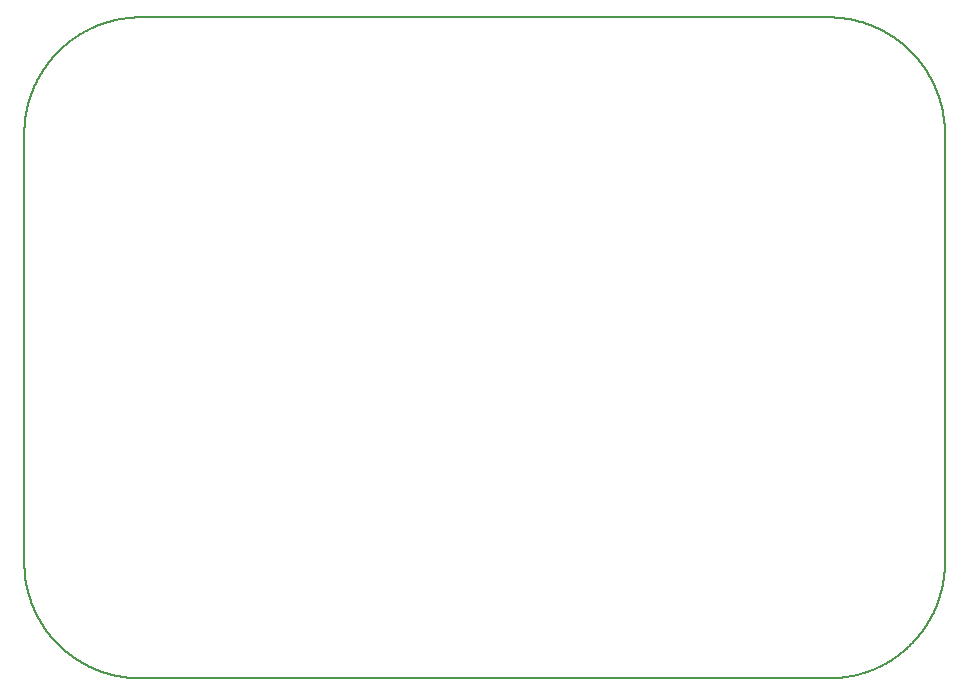
<source format=gm1>
G04 MADE WITH FRITZING*
G04 WWW.FRITZING.ORG*
G04 DOUBLE SIDED*
G04 HOLES PLATED*
G04 CONTOUR ON CENTER OF CONTOUR VECTOR*
%ASAXBY*%
%FSLAX23Y23*%
%MOIN*%
%OFA0B0*%
%SFA1.0B1.0*%
%ADD10C,0.008*%
%LNCONTOUR*%
G90*
G70*
G54D10*
X367Y2205D02*
X368Y2205D01*
X369Y2205D01*
X370Y2205D01*
X371Y2205D01*
X372Y2205D01*
X373Y2205D01*
X374Y2205D01*
X375Y2205D01*
X376Y2205D01*
X377Y2205D01*
X378Y2205D01*
X379Y2205D01*
X380Y2205D01*
X381Y2205D01*
X382Y2205D01*
X383Y2205D01*
X384Y2205D01*
X385Y2205D01*
X386Y2205D01*
X387Y2205D01*
X388Y2205D01*
X389Y2205D01*
X390Y2205D01*
X391Y2205D01*
X392Y2205D01*
X393Y2205D01*
X394Y2205D01*
X395Y2205D01*
X396Y2205D01*
X397Y2205D01*
X398Y2205D01*
X399Y2205D01*
X400Y2205D01*
X401Y2205D01*
X402Y2205D01*
X403Y2205D01*
X404Y2205D01*
X405Y2205D01*
X406Y2205D01*
X407Y2205D01*
X408Y2205D01*
X409Y2205D01*
X410Y2205D01*
X411Y2205D01*
X412Y2205D01*
X413Y2205D01*
X414Y2205D01*
X415Y2205D01*
X416Y2205D01*
X417Y2205D01*
X418Y2205D01*
X419Y2205D01*
X420Y2205D01*
X421Y2205D01*
X422Y2205D01*
X423Y2205D01*
X424Y2205D01*
X425Y2205D01*
X426Y2205D01*
X427Y2205D01*
X428Y2205D01*
X429Y2205D01*
X430Y2205D01*
X431Y2205D01*
X432Y2205D01*
X433Y2205D01*
X434Y2205D01*
X435Y2205D01*
X436Y2205D01*
X437Y2205D01*
X438Y2205D01*
X439Y2205D01*
X440Y2205D01*
X441Y2205D01*
X442Y2205D01*
X443Y2205D01*
X444Y2205D01*
X445Y2205D01*
X446Y2205D01*
X447Y2205D01*
X448Y2205D01*
X449Y2205D01*
X450Y2205D01*
X451Y2205D01*
X452Y2205D01*
X453Y2205D01*
X454Y2205D01*
X455Y2205D01*
X456Y2205D01*
X457Y2205D01*
X458Y2205D01*
X459Y2205D01*
X460Y2205D01*
X461Y2205D01*
X462Y2205D01*
X463Y2205D01*
X464Y2205D01*
X465Y2205D01*
X466Y2205D01*
X467Y2205D01*
X468Y2205D01*
X469Y2205D01*
X470Y2205D01*
X471Y2205D01*
X472Y2205D01*
X473Y2205D01*
X474Y2205D01*
X475Y2205D01*
X476Y2205D01*
X477Y2205D01*
X478Y2205D01*
X479Y2205D01*
X480Y2205D01*
X481Y2205D01*
X482Y2205D01*
X483Y2205D01*
X484Y2205D01*
X485Y2205D01*
X486Y2205D01*
X487Y2205D01*
X488Y2205D01*
X489Y2205D01*
X490Y2205D01*
X491Y2205D01*
X492Y2205D01*
X493Y2205D01*
X494Y2205D01*
X495Y2205D01*
X496Y2205D01*
X497Y2205D01*
X498Y2205D01*
X499Y2205D01*
X500Y2205D01*
X501Y2205D01*
X502Y2205D01*
X503Y2205D01*
X504Y2205D01*
X505Y2205D01*
X506Y2205D01*
X507Y2205D01*
X508Y2205D01*
X509Y2205D01*
X510Y2205D01*
X511Y2205D01*
X512Y2205D01*
X513Y2205D01*
X514Y2205D01*
X515Y2205D01*
X516Y2205D01*
X517Y2205D01*
X518Y2205D01*
X519Y2205D01*
X520Y2205D01*
X521Y2205D01*
X522Y2205D01*
X523Y2205D01*
X524Y2205D01*
X525Y2205D01*
X526Y2205D01*
X527Y2205D01*
X528Y2205D01*
X529Y2205D01*
X530Y2205D01*
X531Y2205D01*
X532Y2205D01*
X533Y2205D01*
X534Y2205D01*
X535Y2205D01*
X536Y2205D01*
X537Y2205D01*
X538Y2205D01*
X539Y2205D01*
X540Y2205D01*
X541Y2205D01*
X542Y2205D01*
X543Y2205D01*
X544Y2205D01*
X545Y2205D01*
X546Y2205D01*
X547Y2205D01*
X548Y2205D01*
X549Y2205D01*
X550Y2205D01*
X551Y2205D01*
X552Y2205D01*
X553Y2205D01*
X554Y2205D01*
X555Y2205D01*
X556Y2205D01*
X557Y2205D01*
X558Y2205D01*
X559Y2205D01*
X560Y2205D01*
X561Y2205D01*
X562Y2205D01*
X563Y2205D01*
X564Y2205D01*
X565Y2205D01*
X566Y2205D01*
X567Y2205D01*
X568Y2205D01*
X569Y2205D01*
X570Y2205D01*
X571Y2205D01*
X572Y2205D01*
X573Y2205D01*
X574Y2205D01*
X575Y2205D01*
X576Y2205D01*
X577Y2205D01*
X578Y2205D01*
X579Y2205D01*
X580Y2205D01*
X581Y2205D01*
X582Y2205D01*
X583Y2205D01*
X584Y2205D01*
X585Y2205D01*
X586Y2205D01*
X587Y2205D01*
X588Y2205D01*
X589Y2205D01*
X590Y2205D01*
X591Y2205D01*
X592Y2205D01*
X593Y2205D01*
X594Y2205D01*
X595Y2205D01*
X596Y2205D01*
X597Y2205D01*
X598Y2205D01*
X599Y2205D01*
X600Y2205D01*
X601Y2205D01*
X602Y2205D01*
X603Y2205D01*
X604Y2205D01*
X605Y2205D01*
X606Y2205D01*
X607Y2205D01*
X608Y2205D01*
X609Y2205D01*
X610Y2205D01*
X611Y2205D01*
X612Y2205D01*
X613Y2205D01*
X614Y2205D01*
X615Y2205D01*
X616Y2205D01*
X617Y2205D01*
X618Y2205D01*
X619Y2205D01*
X620Y2205D01*
X621Y2205D01*
X622Y2205D01*
X623Y2205D01*
X624Y2205D01*
X625Y2205D01*
X626Y2205D01*
X627Y2205D01*
X628Y2205D01*
X629Y2205D01*
X630Y2205D01*
X631Y2205D01*
X632Y2205D01*
X633Y2205D01*
X634Y2205D01*
X635Y2205D01*
X636Y2205D01*
X637Y2205D01*
X638Y2205D01*
X639Y2205D01*
X640Y2205D01*
X641Y2205D01*
X642Y2205D01*
X643Y2205D01*
X644Y2205D01*
X645Y2205D01*
X646Y2205D01*
X647Y2205D01*
X648Y2205D01*
X649Y2205D01*
X650Y2205D01*
X651Y2205D01*
X652Y2205D01*
X653Y2205D01*
X654Y2205D01*
X655Y2205D01*
X656Y2205D01*
X657Y2205D01*
X658Y2205D01*
X659Y2205D01*
X660Y2205D01*
X661Y2205D01*
X662Y2205D01*
X663Y2205D01*
X664Y2205D01*
X665Y2205D01*
X666Y2205D01*
X667Y2205D01*
X668Y2205D01*
X669Y2205D01*
X670Y2205D01*
X671Y2205D01*
X672Y2205D01*
X673Y2205D01*
X674Y2205D01*
X675Y2205D01*
X676Y2205D01*
X677Y2205D01*
X678Y2205D01*
X679Y2205D01*
X680Y2205D01*
X681Y2205D01*
X682Y2205D01*
X683Y2205D01*
X684Y2205D01*
X685Y2205D01*
X686Y2205D01*
X687Y2205D01*
X688Y2205D01*
X689Y2205D01*
X690Y2205D01*
X691Y2205D01*
X692Y2205D01*
X693Y2205D01*
X694Y2205D01*
X695Y2205D01*
X696Y2205D01*
X697Y2205D01*
X698Y2205D01*
X699Y2205D01*
X700Y2205D01*
X701Y2205D01*
X702Y2205D01*
X703Y2205D01*
X704Y2205D01*
X705Y2205D01*
X706Y2205D01*
X707Y2205D01*
X708Y2205D01*
X709Y2205D01*
X710Y2205D01*
X711Y2205D01*
X712Y2205D01*
X713Y2205D01*
X714Y2205D01*
X715Y2205D01*
X716Y2205D01*
X717Y2205D01*
X718Y2205D01*
X719Y2205D01*
X720Y2205D01*
X721Y2205D01*
X722Y2205D01*
X723Y2205D01*
X724Y2205D01*
X725Y2205D01*
X726Y2205D01*
X727Y2205D01*
X728Y2205D01*
X729Y2205D01*
X730Y2205D01*
X731Y2205D01*
X732Y2205D01*
X733Y2205D01*
X734Y2205D01*
X735Y2205D01*
X736Y2205D01*
X737Y2205D01*
X738Y2205D01*
X739Y2205D01*
X740Y2205D01*
X741Y2205D01*
X742Y2205D01*
X743Y2205D01*
X744Y2205D01*
X745Y2205D01*
X746Y2205D01*
X747Y2205D01*
X748Y2205D01*
X749Y2205D01*
X750Y2205D01*
X751Y2205D01*
X752Y2205D01*
X753Y2205D01*
X754Y2205D01*
X755Y2205D01*
X756Y2205D01*
X757Y2205D01*
X758Y2205D01*
X759Y2205D01*
X760Y2205D01*
X761Y2205D01*
X762Y2205D01*
X763Y2205D01*
X764Y2205D01*
X765Y2205D01*
X766Y2205D01*
X767Y2205D01*
X768Y2205D01*
X769Y2205D01*
X770Y2205D01*
X771Y2205D01*
X772Y2205D01*
X773Y2205D01*
X774Y2205D01*
X775Y2205D01*
X776Y2205D01*
X777Y2205D01*
X778Y2205D01*
X779Y2205D01*
X780Y2205D01*
X781Y2205D01*
X782Y2205D01*
X783Y2205D01*
X784Y2205D01*
X785Y2205D01*
X786Y2205D01*
X787Y2205D01*
X788Y2205D01*
X789Y2205D01*
X790Y2205D01*
X791Y2205D01*
X792Y2205D01*
X793Y2205D01*
X794Y2205D01*
X795Y2205D01*
X796Y2205D01*
X797Y2205D01*
X798Y2205D01*
X799Y2205D01*
X800Y2205D01*
X801Y2205D01*
X802Y2205D01*
X803Y2205D01*
X804Y2205D01*
X805Y2205D01*
X806Y2205D01*
X807Y2205D01*
X808Y2205D01*
X809Y2205D01*
X810Y2205D01*
X811Y2205D01*
X812Y2205D01*
X813Y2205D01*
X814Y2205D01*
X815Y2205D01*
X816Y2205D01*
X817Y2205D01*
X818Y2205D01*
X819Y2205D01*
X820Y2205D01*
X821Y2205D01*
X822Y2205D01*
X823Y2205D01*
X824Y2205D01*
X825Y2205D01*
X826Y2205D01*
X827Y2205D01*
X828Y2205D01*
X829Y2205D01*
X830Y2205D01*
X831Y2205D01*
X832Y2205D01*
X833Y2205D01*
X834Y2205D01*
X835Y2205D01*
X836Y2205D01*
X837Y2205D01*
X838Y2205D01*
X839Y2205D01*
X840Y2205D01*
X841Y2205D01*
X842Y2205D01*
X843Y2205D01*
X844Y2205D01*
X845Y2205D01*
X846Y2205D01*
X847Y2205D01*
X848Y2205D01*
X849Y2205D01*
X850Y2205D01*
X851Y2205D01*
X852Y2205D01*
X853Y2205D01*
X854Y2205D01*
X855Y2205D01*
X856Y2205D01*
X857Y2205D01*
X858Y2205D01*
X859Y2205D01*
X860Y2205D01*
X861Y2205D01*
X862Y2205D01*
X863Y2205D01*
X864Y2205D01*
X865Y2205D01*
X866Y2205D01*
X867Y2205D01*
X868Y2205D01*
X869Y2205D01*
X870Y2205D01*
X871Y2205D01*
X872Y2205D01*
X873Y2205D01*
X874Y2205D01*
X875Y2205D01*
X876Y2205D01*
X877Y2205D01*
X878Y2205D01*
X879Y2205D01*
X880Y2205D01*
X881Y2205D01*
X882Y2205D01*
X883Y2205D01*
X884Y2205D01*
X885Y2205D01*
X886Y2205D01*
X887Y2205D01*
X888Y2205D01*
X889Y2205D01*
X890Y2205D01*
X891Y2205D01*
X892Y2205D01*
X893Y2205D01*
X894Y2205D01*
X895Y2205D01*
X896Y2205D01*
X897Y2205D01*
X898Y2205D01*
X899Y2205D01*
X900Y2205D01*
X901Y2205D01*
X902Y2205D01*
X903Y2205D01*
X904Y2205D01*
X905Y2205D01*
X906Y2205D01*
X907Y2205D01*
X908Y2205D01*
X909Y2205D01*
X910Y2205D01*
X911Y2205D01*
X912Y2205D01*
X913Y2205D01*
X914Y2205D01*
X915Y2205D01*
X916Y2205D01*
X917Y2205D01*
X918Y2205D01*
X919Y2205D01*
X920Y2205D01*
X921Y2205D01*
X922Y2205D01*
X923Y2205D01*
X924Y2205D01*
X925Y2205D01*
X926Y2205D01*
X927Y2205D01*
X928Y2205D01*
X929Y2205D01*
X930Y2205D01*
X931Y2205D01*
X932Y2205D01*
X933Y2205D01*
X934Y2205D01*
X935Y2205D01*
X936Y2205D01*
X937Y2205D01*
X938Y2205D01*
X939Y2205D01*
X940Y2205D01*
X941Y2205D01*
X942Y2205D01*
X943Y2205D01*
X944Y2205D01*
X945Y2205D01*
X946Y2205D01*
X947Y2205D01*
X948Y2205D01*
X949Y2205D01*
X950Y2205D01*
X951Y2205D01*
X952Y2205D01*
X953Y2205D01*
X954Y2205D01*
X955Y2205D01*
X956Y2205D01*
X957Y2205D01*
X958Y2205D01*
X959Y2205D01*
X960Y2205D01*
X961Y2205D01*
X962Y2205D01*
X963Y2205D01*
X964Y2205D01*
X965Y2205D01*
X966Y2205D01*
X967Y2205D01*
X968Y2205D01*
X969Y2205D01*
X970Y2205D01*
X971Y2205D01*
X972Y2205D01*
X973Y2205D01*
X974Y2205D01*
X975Y2205D01*
X976Y2205D01*
X977Y2205D01*
X978Y2205D01*
X979Y2205D01*
X980Y2205D01*
X981Y2205D01*
X982Y2205D01*
X983Y2205D01*
X984Y2205D01*
X985Y2205D01*
X986Y2205D01*
X987Y2205D01*
X988Y2205D01*
X989Y2205D01*
X990Y2205D01*
X991Y2205D01*
X992Y2205D01*
X993Y2205D01*
X994Y2205D01*
X995Y2205D01*
X996Y2205D01*
X997Y2205D01*
X998Y2205D01*
X999Y2205D01*
X1000Y2205D01*
X1001Y2205D01*
X1002Y2205D01*
X1003Y2205D01*
X1004Y2205D01*
X1005Y2205D01*
X1006Y2205D01*
X1007Y2205D01*
X1008Y2205D01*
X1009Y2205D01*
X1010Y2205D01*
X1011Y2205D01*
X1012Y2205D01*
X1013Y2205D01*
X1014Y2205D01*
X1015Y2205D01*
X1016Y2205D01*
X1017Y2205D01*
X1018Y2205D01*
X1019Y2205D01*
X1020Y2205D01*
X1021Y2205D01*
X1022Y2205D01*
X1023Y2205D01*
X1024Y2205D01*
X1025Y2205D01*
X1026Y2205D01*
X1027Y2205D01*
X1028Y2205D01*
X1029Y2205D01*
X1030Y2205D01*
X1031Y2205D01*
X1032Y2205D01*
X1033Y2205D01*
X1034Y2205D01*
X1035Y2205D01*
X1036Y2205D01*
X1037Y2205D01*
X1038Y2205D01*
X1039Y2205D01*
X1040Y2205D01*
X1041Y2205D01*
X1042Y2205D01*
X1043Y2205D01*
X1044Y2205D01*
X1045Y2205D01*
X1046Y2205D01*
X1047Y2205D01*
X1048Y2205D01*
X1049Y2205D01*
X1050Y2205D01*
X1051Y2205D01*
X1052Y2205D01*
X1053Y2205D01*
X1054Y2205D01*
X1055Y2205D01*
X1056Y2205D01*
X1057Y2205D01*
X1058Y2205D01*
X1059Y2205D01*
X1060Y2205D01*
X1061Y2205D01*
X1062Y2205D01*
X1063Y2205D01*
X1064Y2205D01*
X1065Y2205D01*
X1066Y2205D01*
X1067Y2205D01*
X1068Y2205D01*
X1069Y2205D01*
X1070Y2205D01*
X1071Y2205D01*
X1072Y2205D01*
X1073Y2205D01*
X1074Y2205D01*
X1075Y2205D01*
X1076Y2205D01*
X1077Y2205D01*
X1078Y2205D01*
X1079Y2205D01*
X1080Y2205D01*
X1081Y2205D01*
X1082Y2205D01*
X1083Y2205D01*
X1084Y2205D01*
X1085Y2205D01*
X1086Y2205D01*
X1087Y2205D01*
X1088Y2205D01*
X1089Y2205D01*
X1090Y2205D01*
X1091Y2205D01*
X1092Y2205D01*
X1093Y2205D01*
X1094Y2205D01*
X1095Y2205D01*
X1096Y2205D01*
X1097Y2205D01*
X1098Y2205D01*
X1099Y2205D01*
X1100Y2205D01*
X1101Y2205D01*
X1102Y2205D01*
X1103Y2205D01*
X1104Y2205D01*
X1105Y2205D01*
X1106Y2205D01*
X1107Y2205D01*
X1108Y2205D01*
X1109Y2205D01*
X1110Y2205D01*
X1111Y2205D01*
X1112Y2205D01*
X1113Y2205D01*
X1114Y2205D01*
X1115Y2205D01*
X1116Y2205D01*
X1117Y2205D01*
X1118Y2205D01*
X1119Y2205D01*
X1120Y2205D01*
X1121Y2205D01*
X1122Y2205D01*
X1123Y2205D01*
X1124Y2205D01*
X1125Y2205D01*
X1126Y2205D01*
X1127Y2205D01*
X1128Y2205D01*
X1129Y2205D01*
X1130Y2205D01*
X1131Y2205D01*
X1132Y2205D01*
X1133Y2205D01*
X1134Y2205D01*
X1135Y2205D01*
X1136Y2205D01*
X1137Y2205D01*
X1138Y2205D01*
X1139Y2205D01*
X1140Y2205D01*
X1141Y2205D01*
X1142Y2205D01*
X1143Y2205D01*
X1144Y2205D01*
X1145Y2205D01*
X1146Y2205D01*
X1147Y2205D01*
X1148Y2205D01*
X1149Y2205D01*
X1150Y2205D01*
X1151Y2205D01*
X1152Y2205D01*
X1153Y2205D01*
X1154Y2205D01*
X1155Y2205D01*
X1156Y2205D01*
X1157Y2205D01*
X1158Y2205D01*
X1159Y2205D01*
X1160Y2205D01*
X1161Y2205D01*
X1162Y2205D01*
X1163Y2205D01*
X1164Y2205D01*
X1165Y2205D01*
X1166Y2205D01*
X1167Y2205D01*
X1168Y2205D01*
X1169Y2205D01*
X1170Y2205D01*
X1171Y2205D01*
X1172Y2205D01*
X1173Y2205D01*
X1174Y2205D01*
X1175Y2205D01*
X1176Y2205D01*
X1177Y2205D01*
X1178Y2205D01*
X1179Y2205D01*
X1180Y2205D01*
X1181Y2205D01*
X1182Y2205D01*
X1183Y2205D01*
X1184Y2205D01*
X1185Y2205D01*
X1186Y2205D01*
X1187Y2205D01*
X1188Y2205D01*
X1189Y2205D01*
X1190Y2205D01*
X1191Y2205D01*
X1192Y2205D01*
X1193Y2205D01*
X1194Y2205D01*
X1195Y2205D01*
X1196Y2205D01*
X1197Y2205D01*
X1198Y2205D01*
X1199Y2205D01*
X1200Y2205D01*
X1201Y2205D01*
X1202Y2205D01*
X1203Y2205D01*
X1204Y2205D01*
X1205Y2205D01*
X1206Y2205D01*
X1207Y2205D01*
X1208Y2205D01*
X1209Y2205D01*
X1210Y2205D01*
X1211Y2205D01*
X1212Y2205D01*
X1213Y2205D01*
X1214Y2205D01*
X1215Y2205D01*
X1216Y2205D01*
X1217Y2205D01*
X1218Y2205D01*
X1219Y2205D01*
X1220Y2205D01*
X1221Y2205D01*
X1222Y2205D01*
X1223Y2205D01*
X1224Y2205D01*
X1225Y2205D01*
X1226Y2205D01*
X1227Y2205D01*
X1228Y2205D01*
X1229Y2205D01*
X1230Y2205D01*
X1231Y2205D01*
X1232Y2205D01*
X1233Y2205D01*
X1234Y2205D01*
X1235Y2205D01*
X1236Y2205D01*
X1237Y2205D01*
X1238Y2205D01*
X1239Y2205D01*
X1240Y2205D01*
X1241Y2205D01*
X1242Y2205D01*
X1243Y2205D01*
X1244Y2205D01*
X1245Y2205D01*
X1246Y2205D01*
X1247Y2205D01*
X1248Y2205D01*
X1249Y2205D01*
X1250Y2205D01*
X1251Y2205D01*
X1252Y2205D01*
X1253Y2205D01*
X1254Y2205D01*
X1255Y2205D01*
X1256Y2205D01*
X1257Y2205D01*
X1258Y2205D01*
X1259Y2205D01*
X1260Y2205D01*
X1261Y2205D01*
X1262Y2205D01*
X1263Y2205D01*
X1264Y2205D01*
X1265Y2205D01*
X1266Y2205D01*
X1267Y2205D01*
X1268Y2205D01*
X1269Y2205D01*
X1270Y2205D01*
X1271Y2205D01*
X1272Y2205D01*
X1273Y2205D01*
X1274Y2205D01*
X1275Y2205D01*
X1276Y2205D01*
X1277Y2205D01*
X1278Y2205D01*
X1279Y2205D01*
X1280Y2205D01*
X1281Y2205D01*
X1282Y2205D01*
X1283Y2205D01*
X1284Y2205D01*
X1285Y2205D01*
X1286Y2205D01*
X1287Y2205D01*
X1288Y2205D01*
X1289Y2205D01*
X1290Y2205D01*
X1291Y2205D01*
X1292Y2205D01*
X1293Y2205D01*
X1294Y2205D01*
X1295Y2205D01*
X1296Y2205D01*
X1297Y2205D01*
X1298Y2205D01*
X1299Y2205D01*
X1300Y2205D01*
X1301Y2205D01*
X1302Y2205D01*
X1303Y2205D01*
X1304Y2205D01*
X1305Y2205D01*
X1306Y2205D01*
X1307Y2205D01*
X1308Y2205D01*
X1309Y2205D01*
X1310Y2205D01*
X1311Y2205D01*
X1312Y2205D01*
X1313Y2205D01*
X1314Y2205D01*
X1315Y2205D01*
X1316Y2205D01*
X1317Y2205D01*
X1318Y2205D01*
X1319Y2205D01*
X1320Y2205D01*
X1321Y2205D01*
X1322Y2205D01*
X1323Y2205D01*
X1324Y2205D01*
X1325Y2205D01*
X1326Y2205D01*
X1327Y2205D01*
X1328Y2205D01*
X1329Y2205D01*
X1330Y2205D01*
X1331Y2205D01*
X1332Y2205D01*
X1333Y2205D01*
X1334Y2205D01*
X1335Y2205D01*
X1336Y2205D01*
X1337Y2205D01*
X1338Y2205D01*
X1339Y2205D01*
X1340Y2205D01*
X1341Y2205D01*
X1342Y2205D01*
X1343Y2205D01*
X1344Y2205D01*
X1345Y2205D01*
X1346Y2205D01*
X1347Y2205D01*
X1348Y2205D01*
X1349Y2205D01*
X1350Y2205D01*
X1351Y2205D01*
X1352Y2205D01*
X1353Y2205D01*
X1354Y2205D01*
X1355Y2205D01*
X1356Y2205D01*
X1357Y2205D01*
X1358Y2205D01*
X1359Y2205D01*
X1360Y2205D01*
X1361Y2205D01*
X1362Y2205D01*
X1363Y2205D01*
X1364Y2205D01*
X1365Y2205D01*
X1366Y2205D01*
X1367Y2205D01*
X1368Y2205D01*
X1369Y2205D01*
X1370Y2205D01*
X1371Y2205D01*
X1372Y2205D01*
X1373Y2205D01*
X1374Y2205D01*
X1375Y2205D01*
X1376Y2205D01*
X1377Y2205D01*
X1378Y2205D01*
X1379Y2205D01*
X1380Y2205D01*
X1381Y2205D01*
X1382Y2205D01*
X1383Y2205D01*
X1384Y2205D01*
X1385Y2205D01*
X1386Y2205D01*
X1387Y2205D01*
X1388Y2205D01*
X1389Y2205D01*
X1390Y2205D01*
X1391Y2205D01*
X1392Y2205D01*
X1393Y2205D01*
X1394Y2205D01*
X1395Y2205D01*
X1396Y2205D01*
X1397Y2205D01*
X1398Y2205D01*
X1399Y2205D01*
X1400Y2205D01*
X1401Y2205D01*
X1402Y2205D01*
X1403Y2205D01*
X1404Y2205D01*
X1405Y2205D01*
X1406Y2205D01*
X1407Y2205D01*
X1408Y2205D01*
X1409Y2205D01*
X1410Y2205D01*
X1411Y2205D01*
X1412Y2205D01*
X1413Y2205D01*
X1414Y2205D01*
X1415Y2205D01*
X1416Y2205D01*
X1417Y2205D01*
X1418Y2205D01*
X1419Y2205D01*
X1420Y2205D01*
X1421Y2205D01*
X1422Y2205D01*
X1423Y2205D01*
X1424Y2205D01*
X1425Y2205D01*
X1426Y2205D01*
X1427Y2205D01*
X1428Y2205D01*
X1429Y2205D01*
X1430Y2205D01*
X1431Y2205D01*
X1432Y2205D01*
X1433Y2205D01*
X1434Y2205D01*
X1435Y2205D01*
X1436Y2205D01*
X1437Y2205D01*
X1438Y2205D01*
X1439Y2205D01*
X1440Y2205D01*
X1441Y2205D01*
X1442Y2205D01*
X1443Y2205D01*
X1444Y2205D01*
X1445Y2205D01*
X1446Y2205D01*
X1447Y2205D01*
X1448Y2205D01*
X1449Y2205D01*
X1450Y2205D01*
X1451Y2205D01*
X1452Y2205D01*
X1453Y2205D01*
X1454Y2205D01*
X1455Y2205D01*
X1456Y2205D01*
X1457Y2205D01*
X1458Y2205D01*
X1459Y2205D01*
X1460Y2205D01*
X1461Y2205D01*
X1462Y2205D01*
X1463Y2205D01*
X1464Y2205D01*
X1465Y2205D01*
X1466Y2205D01*
X1467Y2205D01*
X1468Y2205D01*
X1469Y2205D01*
X1470Y2205D01*
X1471Y2205D01*
X1472Y2205D01*
X1473Y2205D01*
X1474Y2205D01*
X1475Y2205D01*
X1476Y2205D01*
X1477Y2205D01*
X1478Y2205D01*
X1479Y2205D01*
X1480Y2205D01*
X1481Y2205D01*
X1482Y2205D01*
X1483Y2205D01*
X1484Y2205D01*
X1485Y2205D01*
X1486Y2205D01*
X1487Y2205D01*
X1488Y2205D01*
X1489Y2205D01*
X1490Y2205D01*
X1491Y2205D01*
X1492Y2205D01*
X1493Y2205D01*
X1494Y2205D01*
X1495Y2205D01*
X1496Y2205D01*
X1497Y2205D01*
X1498Y2205D01*
X1499Y2205D01*
X1500Y2205D01*
X1501Y2205D01*
X1502Y2205D01*
X1503Y2205D01*
X1504Y2205D01*
X1505Y2205D01*
X1506Y2205D01*
X1507Y2205D01*
X1508Y2205D01*
X1509Y2205D01*
X1510Y2205D01*
X1511Y2205D01*
X1512Y2205D01*
X1513Y2205D01*
X1514Y2205D01*
X1515Y2205D01*
X1516Y2205D01*
X1517Y2205D01*
X1518Y2205D01*
X1519Y2205D01*
X1520Y2205D01*
X1521Y2205D01*
X1522Y2205D01*
X1523Y2205D01*
X1524Y2205D01*
X1525Y2205D01*
X1526Y2205D01*
X1527Y2205D01*
X1528Y2205D01*
X1529Y2205D01*
X1530Y2205D01*
X1531Y2205D01*
X1532Y2205D01*
X1533Y2205D01*
X1534Y2205D01*
X1535Y2205D01*
X1536Y2205D01*
X1537Y2205D01*
X1538Y2205D01*
X1539Y2205D01*
X1540Y2205D01*
X1541Y2205D01*
X1542Y2205D01*
X1543Y2205D01*
X1544Y2205D01*
X1545Y2205D01*
X1546Y2205D01*
X1547Y2205D01*
X1548Y2205D01*
X1549Y2205D01*
X1550Y2205D01*
X1551Y2205D01*
X1552Y2205D01*
X1553Y2205D01*
X1554Y2205D01*
X1555Y2205D01*
X1556Y2205D01*
X1557Y2205D01*
X1558Y2205D01*
X1559Y2205D01*
X1560Y2205D01*
X1561Y2205D01*
X1562Y2205D01*
X1563Y2205D01*
X1564Y2205D01*
X1565Y2205D01*
X1566Y2205D01*
X1567Y2205D01*
X1568Y2205D01*
X1569Y2205D01*
X1570Y2205D01*
X1571Y2205D01*
X1572Y2205D01*
X1573Y2205D01*
X1574Y2205D01*
X1575Y2205D01*
X1576Y2205D01*
X1577Y2205D01*
X1578Y2205D01*
X1579Y2205D01*
X1580Y2205D01*
X1581Y2205D01*
X1582Y2205D01*
X1583Y2205D01*
X1584Y2205D01*
X1585Y2205D01*
X1586Y2205D01*
X1587Y2205D01*
X1588Y2205D01*
X1589Y2205D01*
X1590Y2205D01*
X1591Y2205D01*
X1592Y2205D01*
X1593Y2205D01*
X1594Y2205D01*
X1595Y2205D01*
X1596Y2205D01*
X1597Y2205D01*
X1598Y2205D01*
X1599Y2205D01*
X1600Y2205D01*
X1601Y2205D01*
X1602Y2205D01*
X1603Y2205D01*
X1604Y2205D01*
X1605Y2205D01*
X1606Y2205D01*
X1607Y2205D01*
X1608Y2205D01*
X1609Y2205D01*
X1610Y2205D01*
X1611Y2205D01*
X1612Y2205D01*
X1613Y2205D01*
X1614Y2205D01*
X1615Y2205D01*
X1616Y2205D01*
X1617Y2205D01*
X1618Y2205D01*
X1619Y2205D01*
X1620Y2205D01*
X1621Y2205D01*
X1622Y2205D01*
X1623Y2205D01*
X1624Y2205D01*
X1625Y2205D01*
X1626Y2205D01*
X1627Y2205D01*
X1628Y2205D01*
X1629Y2205D01*
X1630Y2205D01*
X1631Y2205D01*
X1632Y2205D01*
X1633Y2205D01*
X1634Y2205D01*
X1635Y2205D01*
X1636Y2205D01*
X1637Y2205D01*
X1638Y2205D01*
X1639Y2205D01*
X1640Y2205D01*
X1641Y2205D01*
X1642Y2205D01*
X1643Y2205D01*
X1644Y2205D01*
X1645Y2205D01*
X1646Y2205D01*
X1647Y2205D01*
X1648Y2205D01*
X1649Y2205D01*
X1650Y2205D01*
X1651Y2205D01*
X1652Y2205D01*
X1653Y2205D01*
X1654Y2205D01*
X1655Y2205D01*
X1656Y2205D01*
X1657Y2205D01*
X1658Y2205D01*
X1659Y2205D01*
X1660Y2205D01*
X1661Y2205D01*
X1662Y2205D01*
X1663Y2205D01*
X1664Y2205D01*
X1665Y2205D01*
X1666Y2205D01*
X1667Y2205D01*
X1668Y2205D01*
X1669Y2205D01*
X1670Y2205D01*
X1671Y2205D01*
X1672Y2205D01*
X1673Y2205D01*
X1674Y2205D01*
X1675Y2205D01*
X1676Y2205D01*
X1677Y2205D01*
X1678Y2205D01*
X1679Y2205D01*
X1680Y2205D01*
X1681Y2205D01*
X1682Y2205D01*
X1683Y2205D01*
X1684Y2205D01*
X1685Y2205D01*
X1686Y2205D01*
X1687Y2205D01*
X1688Y2205D01*
X1689Y2205D01*
X1690Y2205D01*
X1691Y2205D01*
X1692Y2205D01*
X1693Y2205D01*
X1694Y2205D01*
X1695Y2205D01*
X1696Y2205D01*
X1697Y2205D01*
X1698Y2205D01*
X1699Y2205D01*
X1700Y2205D01*
X1701Y2205D01*
X1702Y2205D01*
X1703Y2205D01*
X1704Y2205D01*
X1705Y2205D01*
X1706Y2205D01*
X1707Y2205D01*
X1708Y2205D01*
X1709Y2205D01*
X1710Y2205D01*
X1711Y2205D01*
X1712Y2205D01*
X1713Y2205D01*
X1714Y2205D01*
X1715Y2205D01*
X1716Y2205D01*
X1717Y2205D01*
X1718Y2205D01*
X1719Y2205D01*
X1720Y2205D01*
X1721Y2205D01*
X1722Y2205D01*
X1723Y2205D01*
X1724Y2205D01*
X1725Y2205D01*
X1726Y2205D01*
X1727Y2205D01*
X1728Y2205D01*
X1729Y2205D01*
X1730Y2205D01*
X1731Y2205D01*
X1732Y2205D01*
X1733Y2205D01*
X1734Y2205D01*
X1735Y2205D01*
X1736Y2205D01*
X1737Y2205D01*
X1738Y2205D01*
X1739Y2205D01*
X1740Y2205D01*
X1741Y2205D01*
X1742Y2205D01*
X1743Y2205D01*
X1744Y2205D01*
X1745Y2205D01*
X1746Y2205D01*
X1747Y2205D01*
X1748Y2205D01*
X1749Y2205D01*
X1750Y2205D01*
X1751Y2205D01*
X1752Y2205D01*
X1753Y2205D01*
X1754Y2205D01*
X1755Y2205D01*
X1756Y2205D01*
X1757Y2205D01*
X1758Y2205D01*
X1759Y2205D01*
X1760Y2205D01*
X1761Y2205D01*
X1762Y2205D01*
X1763Y2205D01*
X1764Y2205D01*
X1765Y2205D01*
X1766Y2205D01*
X1767Y2205D01*
X1768Y2205D01*
X1769Y2205D01*
X1770Y2205D01*
X1771Y2205D01*
X1772Y2205D01*
X1773Y2205D01*
X1774Y2205D01*
X1775Y2205D01*
X1776Y2205D01*
X1777Y2205D01*
X1778Y2205D01*
X1779Y2205D01*
X1780Y2205D01*
X1781Y2205D01*
X1782Y2205D01*
X1783Y2205D01*
X1784Y2205D01*
X1785Y2205D01*
X1786Y2205D01*
X1787Y2205D01*
X1788Y2205D01*
X1789Y2205D01*
X1790Y2205D01*
X1791Y2205D01*
X1792Y2205D01*
X1793Y2205D01*
X1794Y2205D01*
X1795Y2205D01*
X1796Y2205D01*
X1797Y2205D01*
X1798Y2205D01*
X1799Y2205D01*
X1800Y2205D01*
X1801Y2205D01*
X1802Y2205D01*
X1803Y2205D01*
X1804Y2205D01*
X1805Y2205D01*
X1806Y2205D01*
X1807Y2205D01*
X1808Y2205D01*
X1809Y2205D01*
X1810Y2205D01*
X1811Y2205D01*
X1812Y2205D01*
X1813Y2205D01*
X1814Y2205D01*
X1815Y2205D01*
X1816Y2205D01*
X1817Y2205D01*
X1818Y2205D01*
X1819Y2205D01*
X1820Y2205D01*
X1821Y2205D01*
X1822Y2205D01*
X1823Y2205D01*
X1824Y2205D01*
X1825Y2205D01*
X1826Y2205D01*
X1827Y2205D01*
X1828Y2205D01*
X1829Y2205D01*
X1830Y2205D01*
X1831Y2205D01*
X1832Y2205D01*
X1833Y2205D01*
X1834Y2205D01*
X1835Y2205D01*
X1836Y2205D01*
X1837Y2205D01*
X1838Y2205D01*
X1839Y2205D01*
X1840Y2205D01*
X1841Y2205D01*
X1842Y2205D01*
X1843Y2205D01*
X1844Y2205D01*
X1845Y2205D01*
X1846Y2205D01*
X1847Y2205D01*
X1848Y2205D01*
X1849Y2205D01*
X1850Y2205D01*
X1851Y2205D01*
X1852Y2205D01*
X1853Y2205D01*
X1854Y2205D01*
X1855Y2205D01*
X1856Y2205D01*
X1857Y2205D01*
X1858Y2205D01*
X1859Y2205D01*
X1860Y2205D01*
X1861Y2205D01*
X1862Y2205D01*
X1863Y2205D01*
X1864Y2205D01*
X1865Y2205D01*
X1866Y2205D01*
X1867Y2205D01*
X1868Y2205D01*
X1869Y2205D01*
X1870Y2205D01*
X1871Y2205D01*
X1872Y2205D01*
X1873Y2205D01*
X1874Y2205D01*
X1875Y2205D01*
X1876Y2205D01*
X1877Y2205D01*
X1878Y2205D01*
X1879Y2205D01*
X1880Y2205D01*
X1881Y2205D01*
X1882Y2205D01*
X1883Y2205D01*
X1884Y2205D01*
X1885Y2205D01*
X1886Y2205D01*
X1887Y2205D01*
X1888Y2205D01*
X1889Y2205D01*
X1890Y2205D01*
X1891Y2205D01*
X1892Y2205D01*
X1893Y2205D01*
X1894Y2205D01*
X1895Y2205D01*
X1896Y2205D01*
X1897Y2205D01*
X1898Y2205D01*
X1899Y2205D01*
X1900Y2205D01*
X1901Y2205D01*
X1902Y2205D01*
X1903Y2205D01*
X1904Y2205D01*
X1905Y2205D01*
X1906Y2205D01*
X1907Y2205D01*
X1908Y2205D01*
X1909Y2205D01*
X1910Y2205D01*
X1911Y2205D01*
X1912Y2205D01*
X1913Y2205D01*
X1914Y2205D01*
X1915Y2205D01*
X1916Y2205D01*
X1917Y2205D01*
X1918Y2205D01*
X1919Y2205D01*
X1920Y2205D01*
X1921Y2205D01*
X1922Y2205D01*
X1923Y2205D01*
X1924Y2205D01*
X1925Y2205D01*
X1926Y2205D01*
X1927Y2205D01*
X1928Y2205D01*
X1929Y2205D01*
X1930Y2205D01*
X1931Y2205D01*
X1932Y2205D01*
X1933Y2205D01*
X1934Y2205D01*
X1935Y2205D01*
X1936Y2205D01*
X1937Y2205D01*
X1938Y2205D01*
X1939Y2205D01*
X1940Y2205D01*
X1941Y2205D01*
X1942Y2205D01*
X1943Y2205D01*
X1944Y2205D01*
X1945Y2205D01*
X1946Y2205D01*
X1947Y2205D01*
X1948Y2205D01*
X1949Y2205D01*
X1950Y2205D01*
X1951Y2205D01*
X1952Y2205D01*
X1953Y2205D01*
X1954Y2205D01*
X1955Y2205D01*
X1956Y2205D01*
X1957Y2205D01*
X1958Y2205D01*
X1959Y2205D01*
X1960Y2205D01*
X1961Y2205D01*
X1962Y2205D01*
X1963Y2205D01*
X1964Y2205D01*
X1965Y2205D01*
X1966Y2205D01*
X1967Y2205D01*
X1968Y2205D01*
X1969Y2205D01*
X1970Y2205D01*
X1971Y2205D01*
X1972Y2205D01*
X1973Y2205D01*
X1974Y2205D01*
X1975Y2205D01*
X1976Y2205D01*
X1977Y2205D01*
X1978Y2205D01*
X1979Y2205D01*
X1980Y2205D01*
X1981Y2205D01*
X1982Y2205D01*
X1983Y2205D01*
X1984Y2205D01*
X1985Y2205D01*
X1986Y2205D01*
X1987Y2205D01*
X1988Y2205D01*
X1989Y2205D01*
X1990Y2205D01*
X1991Y2205D01*
X1992Y2205D01*
X1993Y2205D01*
X1994Y2205D01*
X1995Y2205D01*
X1996Y2205D01*
X1997Y2205D01*
X1998Y2205D01*
X1999Y2205D01*
X2000Y2205D01*
X2001Y2205D01*
X2002Y2205D01*
X2003Y2205D01*
X2004Y2205D01*
X2005Y2205D01*
X2006Y2205D01*
X2007Y2205D01*
X2008Y2205D01*
X2009Y2205D01*
X2010Y2205D01*
X2011Y2205D01*
X2012Y2205D01*
X2013Y2205D01*
X2014Y2205D01*
X2015Y2205D01*
X2016Y2205D01*
X2017Y2205D01*
X2018Y2205D01*
X2019Y2205D01*
X2020Y2205D01*
X2021Y2205D01*
X2022Y2205D01*
X2023Y2205D01*
X2024Y2205D01*
X2025Y2205D01*
X2026Y2205D01*
X2027Y2205D01*
X2028Y2205D01*
X2029Y2205D01*
X2030Y2205D01*
X2031Y2205D01*
X2032Y2205D01*
X2033Y2205D01*
X2034Y2205D01*
X2035Y2205D01*
X2036Y2205D01*
X2037Y2205D01*
X2038Y2205D01*
X2039Y2205D01*
X2040Y2205D01*
X2041Y2205D01*
X2042Y2205D01*
X2043Y2205D01*
X2044Y2205D01*
X2045Y2205D01*
X2046Y2205D01*
X2047Y2205D01*
X2048Y2205D01*
X2049Y2205D01*
X2050Y2205D01*
X2051Y2205D01*
X2052Y2205D01*
X2053Y2205D01*
X2054Y2205D01*
X2055Y2205D01*
X2056Y2205D01*
X2057Y2205D01*
X2058Y2205D01*
X2059Y2205D01*
X2060Y2205D01*
X2061Y2205D01*
X2062Y2205D01*
X2063Y2205D01*
X2064Y2205D01*
X2065Y2205D01*
X2066Y2205D01*
X2067Y2205D01*
X2068Y2205D01*
X2069Y2205D01*
X2070Y2205D01*
X2071Y2205D01*
X2072Y2205D01*
X2073Y2205D01*
X2074Y2205D01*
X2075Y2205D01*
X2076Y2205D01*
X2077Y2205D01*
X2078Y2205D01*
X2079Y2205D01*
X2080Y2205D01*
X2081Y2205D01*
X2082Y2205D01*
X2083Y2205D01*
X2084Y2205D01*
X2085Y2205D01*
X2086Y2205D01*
X2087Y2205D01*
X2088Y2205D01*
X2089Y2205D01*
X2090Y2205D01*
X2091Y2205D01*
X2092Y2205D01*
X2093Y2205D01*
X2094Y2205D01*
X2095Y2205D01*
X2096Y2205D01*
X2097Y2205D01*
X2098Y2205D01*
X2099Y2205D01*
X2100Y2205D01*
X2101Y2205D01*
X2102Y2205D01*
X2103Y2205D01*
X2104Y2205D01*
X2105Y2205D01*
X2106Y2205D01*
X2107Y2205D01*
X2108Y2205D01*
X2109Y2205D01*
X2110Y2205D01*
X2111Y2205D01*
X2112Y2205D01*
X2113Y2205D01*
X2114Y2205D01*
X2115Y2205D01*
X2116Y2205D01*
X2117Y2205D01*
X2118Y2205D01*
X2119Y2205D01*
X2120Y2205D01*
X2121Y2205D01*
X2122Y2205D01*
X2123Y2205D01*
X2124Y2205D01*
X2125Y2205D01*
X2126Y2205D01*
X2127Y2205D01*
X2128Y2205D01*
X2129Y2205D01*
X2130Y2205D01*
X2131Y2205D01*
X2132Y2205D01*
X2133Y2205D01*
X2134Y2205D01*
X2135Y2205D01*
X2136Y2205D01*
X2137Y2205D01*
X2138Y2205D01*
X2139Y2205D01*
X2140Y2205D01*
X2141Y2205D01*
X2142Y2205D01*
X2143Y2205D01*
X2144Y2205D01*
X2145Y2205D01*
X2146Y2205D01*
X2147Y2205D01*
X2148Y2205D01*
X2149Y2205D01*
X2150Y2205D01*
X2151Y2205D01*
X2152Y2205D01*
X2153Y2205D01*
X2154Y2205D01*
X2155Y2205D01*
X2156Y2205D01*
X2157Y2205D01*
X2158Y2205D01*
X2159Y2205D01*
X2160Y2205D01*
X2161Y2205D01*
X2162Y2205D01*
X2163Y2205D01*
X2164Y2205D01*
X2165Y2205D01*
X2166Y2205D01*
X2167Y2205D01*
X2168Y2205D01*
X2169Y2205D01*
X2170Y2205D01*
X2171Y2205D01*
X2172Y2205D01*
X2173Y2205D01*
X2174Y2205D01*
X2175Y2205D01*
X2176Y2205D01*
X2177Y2205D01*
X2178Y2205D01*
X2179Y2205D01*
X2180Y2205D01*
X2181Y2205D01*
X2182Y2205D01*
X2183Y2205D01*
X2184Y2205D01*
X2185Y2205D01*
X2186Y2205D01*
X2187Y2205D01*
X2188Y2205D01*
X2189Y2205D01*
X2190Y2205D01*
X2191Y2205D01*
X2192Y2205D01*
X2193Y2205D01*
X2194Y2205D01*
X2195Y2205D01*
X2196Y2205D01*
X2197Y2205D01*
X2198Y2205D01*
X2199Y2205D01*
X2200Y2205D01*
X2201Y2205D01*
X2202Y2205D01*
X2203Y2205D01*
X2204Y2205D01*
X2205Y2205D01*
X2206Y2205D01*
X2207Y2205D01*
X2208Y2205D01*
X2209Y2205D01*
X2210Y2205D01*
X2211Y2205D01*
X2212Y2205D01*
X2213Y2205D01*
X2214Y2205D01*
X2215Y2205D01*
X2216Y2205D01*
X2217Y2205D01*
X2218Y2205D01*
X2219Y2205D01*
X2220Y2205D01*
X2221Y2205D01*
X2222Y2205D01*
X2223Y2205D01*
X2224Y2205D01*
X2225Y2205D01*
X2226Y2205D01*
X2227Y2205D01*
X2228Y2205D01*
X2229Y2205D01*
X2230Y2205D01*
X2231Y2205D01*
X2232Y2205D01*
X2233Y2205D01*
X2234Y2205D01*
X2235Y2205D01*
X2236Y2205D01*
X2237Y2205D01*
X2238Y2205D01*
X2239Y2205D01*
X2240Y2205D01*
X2241Y2205D01*
X2242Y2205D01*
X2243Y2205D01*
X2244Y2205D01*
X2245Y2205D01*
X2246Y2205D01*
X2247Y2205D01*
X2248Y2205D01*
X2249Y2205D01*
X2250Y2205D01*
X2251Y2205D01*
X2252Y2205D01*
X2253Y2205D01*
X2254Y2205D01*
X2255Y2205D01*
X2256Y2205D01*
X2257Y2205D01*
X2258Y2205D01*
X2259Y2205D01*
X2260Y2205D01*
X2261Y2205D01*
X2262Y2205D01*
X2263Y2205D01*
X2264Y2205D01*
X2265Y2205D01*
X2266Y2205D01*
X2267Y2205D01*
X2268Y2205D01*
X2269Y2205D01*
X2270Y2205D01*
X2271Y2205D01*
X2272Y2205D01*
X2273Y2205D01*
X2274Y2205D01*
X2275Y2205D01*
X2276Y2205D01*
X2277Y2205D01*
X2278Y2205D01*
X2279Y2205D01*
X2280Y2205D01*
X2281Y2205D01*
X2282Y2205D01*
X2283Y2205D01*
X2284Y2205D01*
X2285Y2205D01*
X2286Y2205D01*
X2287Y2205D01*
X2288Y2205D01*
X2289Y2205D01*
X2290Y2205D01*
X2291Y2205D01*
X2292Y2205D01*
X2293Y2205D01*
X2294Y2205D01*
X2295Y2205D01*
X2296Y2205D01*
X2297Y2205D01*
X2298Y2205D01*
X2299Y2205D01*
X2300Y2205D01*
X2301Y2205D01*
X2302Y2205D01*
X2303Y2205D01*
X2304Y2205D01*
X2305Y2205D01*
X2306Y2205D01*
X2307Y2205D01*
X2308Y2205D01*
X2309Y2205D01*
X2310Y2205D01*
X2311Y2205D01*
X2312Y2205D01*
X2313Y2205D01*
X2314Y2205D01*
X2315Y2205D01*
X2316Y2205D01*
X2317Y2205D01*
X2318Y2205D01*
X2319Y2205D01*
X2320Y2205D01*
X2321Y2205D01*
X2322Y2205D01*
X2323Y2205D01*
X2324Y2205D01*
X2325Y2205D01*
X2326Y2205D01*
X2327Y2205D01*
X2328Y2205D01*
X2329Y2205D01*
X2330Y2205D01*
X2331Y2205D01*
X2332Y2205D01*
X2333Y2205D01*
X2334Y2205D01*
X2335Y2205D01*
X2336Y2205D01*
X2337Y2205D01*
X2338Y2205D01*
X2339Y2205D01*
X2340Y2205D01*
X2341Y2205D01*
X2342Y2205D01*
X2343Y2205D01*
X2344Y2205D01*
X2345Y2205D01*
X2346Y2205D01*
X2347Y2205D01*
X2348Y2205D01*
X2349Y2205D01*
X2350Y2205D01*
X2351Y2205D01*
X2352Y2205D01*
X2353Y2205D01*
X2354Y2205D01*
X2355Y2205D01*
X2356Y2205D01*
X2357Y2205D01*
X2358Y2205D01*
X2359Y2205D01*
X2360Y2205D01*
X2361Y2205D01*
X2362Y2205D01*
X2363Y2205D01*
X2364Y2205D01*
X2365Y2205D01*
X2366Y2205D01*
X2367Y2205D01*
X2368Y2205D01*
X2369Y2205D01*
X2370Y2205D01*
X2371Y2205D01*
X2372Y2205D01*
X2373Y2205D01*
X2374Y2205D01*
X2375Y2205D01*
X2376Y2205D01*
X2377Y2205D01*
X2378Y2205D01*
X2379Y2205D01*
X2380Y2205D01*
X2381Y2205D01*
X2382Y2205D01*
X2383Y2205D01*
X2384Y2205D01*
X2385Y2205D01*
X2386Y2205D01*
X2387Y2205D01*
X2388Y2205D01*
X2389Y2205D01*
X2390Y2205D01*
X2391Y2205D01*
X2392Y2205D01*
X2393Y2205D01*
X2394Y2205D01*
X2395Y2205D01*
X2396Y2205D01*
X2397Y2205D01*
X2398Y2205D01*
X2399Y2205D01*
X2400Y2205D01*
X2401Y2205D01*
X2402Y2205D01*
X2403Y2205D01*
X2404Y2205D01*
X2405Y2205D01*
X2406Y2205D01*
X2407Y2205D01*
X2408Y2205D01*
X2409Y2205D01*
X2410Y2205D01*
X2411Y2205D01*
X2412Y2205D01*
X2413Y2205D01*
X2414Y2205D01*
X2415Y2205D01*
X2416Y2205D01*
X2417Y2205D01*
X2418Y2205D01*
X2419Y2205D01*
X2420Y2205D01*
X2421Y2205D01*
X2422Y2205D01*
X2423Y2205D01*
X2424Y2205D01*
X2425Y2205D01*
X2426Y2205D01*
X2427Y2205D01*
X2428Y2205D01*
X2429Y2205D01*
X2430Y2205D01*
X2431Y2205D01*
X2432Y2205D01*
X2433Y2205D01*
X2434Y2205D01*
X2435Y2205D01*
X2436Y2205D01*
X2437Y2205D01*
X2438Y2205D01*
X2439Y2205D01*
X2440Y2205D01*
X2441Y2205D01*
X2442Y2205D01*
X2443Y2205D01*
X2444Y2205D01*
X2445Y2205D01*
X2446Y2205D01*
X2447Y2205D01*
X2448Y2205D01*
X2449Y2205D01*
X2450Y2205D01*
X2451Y2205D01*
X2452Y2205D01*
X2453Y2205D01*
X2454Y2205D01*
X2455Y2205D01*
X2456Y2205D01*
X2457Y2205D01*
X2458Y2205D01*
X2459Y2205D01*
X2460Y2205D01*
X2461Y2205D01*
X2462Y2205D01*
X2463Y2205D01*
X2464Y2205D01*
X2465Y2205D01*
X2466Y2205D01*
X2467Y2205D01*
X2468Y2205D01*
X2469Y2205D01*
X2470Y2205D01*
X2471Y2205D01*
X2472Y2205D01*
X2473Y2205D01*
X2474Y2205D01*
X2475Y2205D01*
X2476Y2205D01*
X2477Y2205D01*
X2478Y2205D01*
X2479Y2205D01*
X2480Y2205D01*
X2481Y2205D01*
X2482Y2205D01*
X2483Y2205D01*
X2484Y2205D01*
X2485Y2205D01*
X2486Y2205D01*
X2487Y2205D01*
X2488Y2205D01*
X2489Y2205D01*
X2490Y2205D01*
X2491Y2205D01*
X2492Y2205D01*
X2493Y2205D01*
X2494Y2205D01*
X2495Y2205D01*
X2496Y2205D01*
X2497Y2205D01*
X2498Y2205D01*
X2499Y2205D01*
X2500Y2205D01*
X2501Y2205D01*
X2502Y2205D01*
X2503Y2205D01*
X2504Y2205D01*
X2505Y2205D01*
X2506Y2205D01*
X2507Y2205D01*
X2508Y2205D01*
X2509Y2205D01*
X2510Y2205D01*
X2511Y2205D01*
X2512Y2205D01*
X2513Y2205D01*
X2514Y2205D01*
X2515Y2205D01*
X2516Y2205D01*
X2517Y2205D01*
X2518Y2205D01*
X2519Y2205D01*
X2520Y2205D01*
X2521Y2205D01*
X2522Y2205D01*
X2523Y2205D01*
X2524Y2205D01*
X2525Y2205D01*
X2526Y2205D01*
X2527Y2205D01*
X2528Y2205D01*
X2529Y2205D01*
X2530Y2205D01*
X2531Y2205D01*
X2532Y2205D01*
X2533Y2205D01*
X2534Y2205D01*
X2535Y2205D01*
X2536Y2205D01*
X2537Y2205D01*
X2538Y2205D01*
X2539Y2205D01*
X2540Y2205D01*
X2541Y2205D01*
X2542Y2205D01*
X2543Y2205D01*
X2544Y2205D01*
X2545Y2205D01*
X2546Y2205D01*
X2547Y2205D01*
X2548Y2205D01*
X2549Y2205D01*
X2550Y2205D01*
X2551Y2205D01*
X2552Y2205D01*
X2553Y2205D01*
X2554Y2205D01*
X2555Y2205D01*
X2556Y2205D01*
X2557Y2205D01*
X2558Y2205D01*
X2559Y2205D01*
X2560Y2205D01*
X2561Y2205D01*
X2562Y2205D01*
X2563Y2205D01*
X2564Y2205D01*
X2565Y2205D01*
X2566Y2205D01*
X2567Y2205D01*
X2568Y2205D01*
X2569Y2205D01*
X2570Y2205D01*
X2571Y2205D01*
X2572Y2205D01*
X2573Y2205D01*
X2574Y2205D01*
X2575Y2205D01*
X2576Y2205D01*
X2577Y2205D01*
X2578Y2205D01*
X2579Y2205D01*
X2580Y2205D01*
X2581Y2205D01*
X2582Y2205D01*
X2583Y2205D01*
X2584Y2205D01*
X2585Y2205D01*
X2586Y2205D01*
X2587Y2205D01*
X2588Y2205D01*
X2589Y2205D01*
X2590Y2205D01*
X2591Y2205D01*
X2592Y2205D01*
X2593Y2205D01*
X2594Y2205D01*
X2595Y2205D01*
X2596Y2205D01*
X2597Y2205D01*
X2598Y2205D01*
X2599Y2205D01*
X2600Y2205D01*
X2601Y2205D01*
X2602Y2205D01*
X2603Y2205D01*
X2604Y2205D01*
X2605Y2205D01*
X2606Y2205D01*
X2607Y2205D01*
X2608Y2205D01*
X2609Y2205D01*
X2610Y2205D01*
X2611Y2205D01*
X2612Y2205D01*
X2613Y2205D01*
X2614Y2205D01*
X2615Y2205D01*
X2616Y2205D01*
X2617Y2205D01*
X2618Y2205D01*
X2619Y2205D01*
X2620Y2205D01*
X2621Y2205D01*
X2622Y2205D01*
X2623Y2205D01*
X2624Y2205D01*
X2625Y2205D01*
X2626Y2205D01*
X2627Y2205D01*
X2628Y2205D01*
X2629Y2205D01*
X2630Y2205D01*
X2631Y2205D01*
X2632Y2205D01*
X2633Y2205D01*
X2634Y2205D01*
X2635Y2205D01*
X2636Y2205D01*
X2637Y2205D01*
X2638Y2205D01*
X2639Y2205D01*
X2640Y2205D01*
X2641Y2205D01*
X2642Y2205D01*
X2643Y2205D01*
X2644Y2205D01*
X2645Y2205D01*
X2646Y2205D01*
X2647Y2205D01*
X2648Y2205D01*
X2649Y2205D01*
X2650Y2205D01*
X2651Y2205D01*
X2652Y2205D01*
X2653Y2205D01*
X2654Y2205D01*
X2655Y2205D01*
X2656Y2205D01*
X2657Y2205D01*
X2658Y2205D01*
X2659Y2205D01*
X2660Y2205D01*
X2661Y2205D01*
X2662Y2205D01*
X2663Y2205D01*
X2664Y2205D01*
X2665Y2205D01*
X2666Y2205D01*
X2667Y2205D01*
X2668Y2205D01*
X2669Y2205D01*
X2670Y2205D01*
X2671Y2205D01*
X2672Y2205D01*
X2673Y2205D01*
X2674Y2205D01*
X2675Y2205D01*
X2676Y2205D01*
X2677Y2205D01*
X2678Y2205D01*
X2679Y2205D01*
X2680Y2205D01*
X2681Y2205D01*
X2682Y2205D01*
X2683Y2205D01*
X2684Y2205D01*
X2685Y2205D01*
X2686Y2205D01*
X2687Y2205D01*
X2688Y2205D01*
X2689Y2205D01*
X2690Y2205D01*
X2691Y2205D01*
X2692Y2205D01*
X2693Y2205D01*
X2694Y2205D01*
X2695Y2205D01*
X2696Y2205D01*
X2697Y2205D01*
X2698Y2205D01*
X2699Y2205D01*
X2700Y2205D01*
X2701Y2205D01*
X2702Y2205D01*
X2703Y2204D01*
X2704Y2204D01*
X2705Y2204D01*
X2706Y2204D01*
X2707Y2204D01*
X2708Y2204D01*
X2709Y2204D01*
X2710Y2204D01*
X2711Y2204D01*
X2712Y2204D01*
X2713Y2204D01*
X2714Y2204D01*
X2715Y2204D01*
X2716Y2204D01*
X2717Y2203D01*
X2718Y2203D01*
X2719Y2203D01*
X2720Y2203D01*
X2721Y2203D01*
X2722Y2203D01*
X2723Y2203D01*
X2724Y2203D01*
X2725Y2203D01*
X2726Y2203D01*
X2727Y2202D01*
X2728Y2202D01*
X2729Y2202D01*
X2730Y2202D01*
X2731Y2202D01*
X2732Y2202D01*
X2733Y2202D01*
X2734Y2202D01*
X2735Y2201D01*
X2736Y2201D01*
X2737Y2201D01*
X2738Y2201D01*
X2739Y2201D01*
X2740Y2201D01*
X2741Y2201D01*
X2742Y2200D01*
X2743Y2200D01*
X2744Y2200D01*
X2745Y2200D01*
X2746Y2200D01*
X2747Y2200D01*
X2748Y2199D01*
X2749Y2199D01*
X2750Y2199D01*
X2751Y2199D01*
X2752Y2199D01*
X2753Y2199D01*
X2754Y2198D01*
X2755Y2198D01*
X2756Y2198D01*
X2757Y2198D01*
X2758Y2198D01*
X2759Y2197D01*
X2760Y2197D01*
X2761Y2197D01*
X2762Y2197D01*
X2763Y2197D01*
X2764Y2196D01*
X2765Y2196D01*
X2766Y2196D01*
X2767Y2196D01*
X2768Y2195D01*
X2769Y2195D01*
X2770Y2195D01*
X2771Y2195D01*
X2772Y2195D01*
X2773Y2194D01*
X2774Y2194D01*
X2775Y2194D01*
X2776Y2194D01*
X2777Y2193D01*
X2778Y2193D01*
X2779Y2193D01*
X2780Y2193D01*
X2781Y2192D01*
X2782Y2192D01*
X2783Y2192D01*
X2784Y2191D01*
X2785Y2191D01*
X2786Y2191D01*
X2787Y2191D01*
X2788Y2190D01*
X2789Y2190D01*
X2790Y2190D01*
X2791Y2189D01*
X2792Y2189D01*
X2793Y2189D01*
X2794Y2189D01*
X2795Y2188D01*
X2796Y2188D01*
X2797Y2188D01*
X2798Y2187D01*
X2799Y2187D01*
X2800Y2187D01*
X2801Y2186D01*
X2802Y2186D01*
X2803Y2186D01*
X2804Y2185D01*
X2805Y2185D01*
X2806Y2185D01*
X2807Y2184D01*
X2808Y2184D01*
X2809Y2184D01*
X2810Y2183D01*
X2811Y2183D01*
X2812Y2183D01*
X2813Y2182D01*
X2814Y2182D01*
X2815Y2182D01*
X2816Y2181D01*
X2817Y2181D01*
X2818Y2180D01*
X2819Y2180D01*
X2820Y2180D01*
X2821Y2179D01*
X2822Y2179D01*
X2823Y2178D01*
X2824Y2178D01*
X2825Y2178D01*
X2826Y2177D01*
X2827Y2177D01*
X2828Y2177D01*
X2829Y2176D01*
X2830Y2176D01*
X2831Y2175D01*
X2832Y2175D01*
X2833Y2175D01*
X2834Y2174D01*
X2835Y2174D01*
X2836Y2173D01*
X2837Y2173D01*
X2838Y2172D01*
X2839Y2172D01*
X2840Y2171D01*
X2841Y2171D01*
X2842Y2170D01*
X2843Y2170D01*
X2844Y2170D01*
X2845Y2169D01*
X2846Y2169D01*
X2847Y2168D01*
X2848Y2168D01*
X2849Y2167D01*
X2850Y2167D01*
X2851Y2166D01*
X2852Y2166D01*
X2853Y2165D01*
X2854Y2165D01*
X2855Y2164D01*
X2856Y2164D01*
X2857Y2163D01*
X2858Y2163D01*
X2859Y2162D01*
X2860Y2162D01*
X2861Y2161D01*
X2862Y2161D01*
X2863Y2160D01*
X2864Y2160D01*
X2865Y2159D01*
X2866Y2159D01*
X2867Y2158D01*
X2868Y2158D01*
X2869Y2157D01*
X2870Y2156D01*
X2871Y2156D01*
X2872Y2155D01*
X2873Y2155D01*
X2874Y2154D01*
X2875Y2154D01*
X2876Y2153D01*
X2877Y2152D01*
X2878Y2152D01*
X2879Y2151D01*
X2880Y2151D01*
X2881Y2150D01*
X2882Y2149D01*
X2883Y2149D01*
X2884Y2148D01*
X2885Y2148D01*
X2886Y2147D01*
X2887Y2146D01*
X2888Y2146D01*
X2889Y2145D01*
X2890Y2144D01*
X2891Y2144D01*
X2892Y2143D01*
X2893Y2142D01*
X2894Y2142D01*
X2895Y2141D01*
X2896Y2141D01*
X2897Y2140D01*
X2898Y2139D01*
X2899Y2139D01*
X2900Y2138D01*
X2901Y2137D01*
X2902Y2136D01*
X2903Y2136D01*
X2904Y2135D01*
X2905Y2134D01*
X2906Y2134D01*
X2907Y2133D01*
X2908Y2132D01*
X2909Y2131D01*
X2910Y2131D01*
X2911Y2130D01*
X2912Y2129D01*
X2913Y2129D01*
X2914Y2128D01*
X2915Y2127D01*
X2916Y2126D01*
X2917Y2126D01*
X2918Y2125D01*
X2919Y2124D01*
X2920Y2123D01*
X2921Y2122D01*
X2922Y2122D01*
X2923Y2121D01*
X2924Y2120D01*
X2925Y2119D01*
X2926Y2118D01*
X2927Y2118D01*
X2928Y2117D01*
X2929Y2116D01*
X2930Y2115D01*
X2931Y2114D01*
X2932Y2113D01*
X2933Y2113D01*
X2934Y2112D01*
X2935Y2111D01*
X2936Y2110D01*
X2937Y2109D01*
X2938Y2108D01*
X2939Y2107D01*
X2940Y2107D01*
X2941Y2106D01*
X2942Y2105D01*
X2943Y2104D01*
X2944Y2103D01*
X2945Y2102D01*
X2946Y2101D01*
X2947Y2100D01*
X2948Y2099D01*
X2949Y2098D01*
X2950Y2097D01*
X2951Y2096D01*
X2952Y2095D01*
X2953Y2094D01*
X2954Y2093D01*
X2955Y2092D01*
X2956Y2091D01*
X2957Y2090D01*
X2958Y2089D01*
X2959Y2088D01*
X2960Y2087D01*
X2961Y2086D01*
X2962Y2085D01*
X2963Y2084D01*
X2964Y2083D01*
X2965Y2082D01*
X2966Y2081D01*
X2967Y2080D01*
X2968Y2079D01*
X2969Y2078D01*
X2970Y2077D01*
X2970Y2076D01*
X2971Y2075D01*
X2972Y2074D01*
X2973Y2073D01*
X2974Y2072D01*
X2975Y2071D01*
X2976Y2070D01*
X2977Y2069D01*
X2977Y2068D01*
X2978Y2067D01*
X2979Y2066D01*
X2980Y2065D01*
X2981Y2064D01*
X2982Y2063D01*
X2982Y2062D01*
X2983Y2061D01*
X2984Y2060D01*
X2985Y2059D01*
X2986Y2058D01*
X2986Y2057D01*
X2987Y2056D01*
X2988Y2055D01*
X2989Y2054D01*
X2989Y2053D01*
X2990Y2052D01*
X2991Y2051D01*
X2992Y2050D01*
X2993Y2049D01*
X2993Y2048D01*
X2994Y2047D01*
X2995Y2046D01*
X2995Y2045D01*
X2996Y2044D01*
X2997Y2043D01*
X2997Y2042D01*
X2998Y2041D01*
X2999Y2040D01*
X3000Y2039D01*
X3000Y2038D01*
X3001Y2037D01*
X3002Y2036D01*
X3002Y2035D01*
X3003Y2034D01*
X3004Y2033D01*
X3004Y2032D01*
X3005Y2031D01*
X3006Y2030D01*
X3006Y2029D01*
X3007Y2028D01*
X3008Y2027D01*
X3008Y2026D01*
X3009Y2025D01*
X3009Y2024D01*
X3010Y2023D01*
X3011Y2022D01*
X3011Y2021D01*
X3012Y2020D01*
X3013Y2019D01*
X3013Y2018D01*
X3014Y2017D01*
X3014Y2016D01*
X3015Y2015D01*
X3016Y2014D01*
X3016Y2013D01*
X3017Y2012D01*
X3017Y2011D01*
X3018Y2010D01*
X3018Y2009D01*
X3019Y2008D01*
X3020Y2007D01*
X3020Y2006D01*
X3021Y2005D01*
X3021Y2004D01*
X3022Y2003D01*
X3022Y2002D01*
X3023Y2001D01*
X3023Y2000D01*
X3024Y1999D01*
X3024Y1998D01*
X3025Y1997D01*
X3025Y1996D01*
X3026Y1995D01*
X3026Y1994D01*
X3027Y1993D01*
X3027Y1992D01*
X3028Y1991D01*
X3029Y1990D01*
X3029Y1989D01*
X3030Y1988D01*
X3030Y1987D01*
X3031Y1986D01*
X3031Y1984D01*
X3032Y1983D01*
X3032Y1982D01*
X3033Y1981D01*
X3033Y1980D01*
X3034Y1979D01*
X3034Y1978D01*
X3035Y1977D01*
X3035Y1976D01*
X3036Y1975D01*
X3036Y1973D01*
X3037Y1972D01*
X3037Y1971D01*
X3038Y1970D01*
X3038Y1969D01*
X3039Y1968D01*
X3039Y1966D01*
X3040Y1965D01*
X3040Y1964D01*
X3041Y1963D01*
X3041Y1961D01*
X3042Y1960D01*
X3042Y1959D01*
X3043Y1958D01*
X3043Y1956D01*
X3044Y1955D01*
X3044Y1954D01*
X3045Y1953D01*
X3045Y1951D01*
X3046Y1950D01*
X3046Y1948D01*
X3047Y1947D01*
X3047Y1945D01*
X3048Y1944D01*
X3048Y1942D01*
X3049Y1941D01*
X3049Y1939D01*
X3050Y1938D01*
X3050Y1936D01*
X3051Y1935D01*
X3051Y1933D01*
X3052Y1932D01*
X3052Y1930D01*
X3053Y1929D01*
X3053Y1927D01*
X3054Y1926D01*
X3054Y1923D01*
X3055Y1922D01*
X3055Y1919D01*
X3056Y1918D01*
X3056Y1916D01*
X3057Y1915D01*
X3057Y1912D01*
X3058Y1911D01*
X3058Y1908D01*
X3059Y1907D01*
X3059Y1903D01*
X3060Y1902D01*
X3060Y1899D01*
X3061Y1898D01*
X3061Y1894D01*
X3062Y1893D01*
X3062Y1889D01*
X3063Y1888D01*
X3063Y1883D01*
X3064Y1882D01*
X3064Y1877D01*
X3065Y1876D01*
X3065Y1870D01*
X3066Y1869D01*
X3066Y1862D01*
X3067Y1861D01*
X3067Y1852D01*
X3068Y1851D01*
X3068Y1838D01*
X3069Y1837D01*
X3069Y370D01*
X3068Y369D01*
X3068Y356D01*
X3067Y355D01*
X3067Y346D01*
X3066Y345D01*
X3066Y338D01*
X3065Y337D01*
X3065Y331D01*
X3064Y330D01*
X3064Y325D01*
X3063Y324D01*
X3063Y319D01*
X3062Y318D01*
X3062Y314D01*
X3061Y313D01*
X3061Y309D01*
X3060Y308D01*
X3060Y305D01*
X3059Y304D01*
X3059Y300D01*
X3058Y299D01*
X3058Y296D01*
X3057Y295D01*
X3057Y292D01*
X3056Y291D01*
X3056Y289D01*
X3055Y288D01*
X3055Y285D01*
X3054Y284D01*
X3054Y281D01*
X3053Y280D01*
X3053Y278D01*
X3052Y277D01*
X3052Y275D01*
X3051Y274D01*
X3051Y272D01*
X3050Y271D01*
X3050Y269D01*
X3049Y268D01*
X3049Y266D01*
X3048Y265D01*
X3048Y263D01*
X3047Y262D01*
X3047Y260D01*
X3046Y259D01*
X3046Y257D01*
X3045Y256D01*
X3045Y254D01*
X3044Y253D01*
X3044Y252D01*
X3043Y251D01*
X3043Y249D01*
X3042Y248D01*
X3042Y247D01*
X3041Y246D01*
X3041Y244D01*
X3040Y243D01*
X3040Y242D01*
X3039Y241D01*
X3039Y239D01*
X3038Y238D01*
X3038Y237D01*
X3037Y236D01*
X3037Y235D01*
X3036Y234D01*
X3036Y232D01*
X3035Y231D01*
X3035Y230D01*
X3034Y229D01*
X3034Y228D01*
X3033Y227D01*
X3033Y226D01*
X3032Y225D01*
X3032Y224D01*
X3031Y223D01*
X3031Y221D01*
X3030Y220D01*
X3030Y219D01*
X3029Y218D01*
X3029Y217D01*
X3028Y216D01*
X3027Y215D01*
X3027Y214D01*
X3026Y213D01*
X3026Y212D01*
X3025Y211D01*
X3025Y210D01*
X3024Y209D01*
X3024Y208D01*
X3023Y207D01*
X3023Y206D01*
X3022Y205D01*
X3022Y204D01*
X3021Y203D01*
X3021Y202D01*
X3020Y201D01*
X3020Y200D01*
X3019Y199D01*
X3018Y198D01*
X3018Y197D01*
X3017Y196D01*
X3017Y195D01*
X3016Y194D01*
X3016Y193D01*
X3015Y192D01*
X3014Y191D01*
X3014Y190D01*
X3013Y189D01*
X3013Y188D01*
X3012Y187D01*
X3011Y186D01*
X3011Y185D01*
X3010Y184D01*
X3009Y183D01*
X3009Y182D01*
X3008Y181D01*
X3008Y180D01*
X3007Y179D01*
X3006Y178D01*
X3006Y177D01*
X3005Y176D01*
X3004Y175D01*
X3004Y174D01*
X3003Y173D01*
X3002Y172D01*
X3002Y171D01*
X3001Y170D01*
X3000Y169D01*
X3000Y168D01*
X2999Y167D01*
X2998Y166D01*
X2997Y165D01*
X2997Y164D01*
X2996Y163D01*
X2995Y162D01*
X2995Y161D01*
X2994Y160D01*
X2993Y159D01*
X2993Y158D01*
X2992Y157D01*
X2991Y156D01*
X2990Y155D01*
X2989Y154D01*
X2989Y153D01*
X2988Y152D01*
X2987Y151D01*
X2986Y150D01*
X2986Y149D01*
X2985Y148D01*
X2984Y147D01*
X2983Y146D01*
X2982Y145D01*
X2982Y144D01*
X2981Y143D01*
X2980Y142D01*
X2979Y141D01*
X2978Y140D01*
X2977Y139D01*
X2977Y138D01*
X2976Y137D01*
X2975Y136D01*
X2974Y135D01*
X2973Y134D01*
X2972Y133D01*
X2971Y132D01*
X2970Y131D01*
X2970Y130D01*
X2969Y129D01*
X2968Y128D01*
X2967Y127D01*
X2966Y126D01*
X2965Y125D01*
X2964Y124D01*
X2963Y123D01*
X2962Y122D01*
X2961Y121D01*
X2960Y120D01*
X2959Y119D01*
X2958Y118D01*
X2957Y117D01*
X2956Y116D01*
X2955Y115D01*
X2954Y114D01*
X2953Y113D01*
X2952Y112D01*
X2951Y111D01*
X2950Y110D01*
X2949Y109D01*
X2948Y108D01*
X2947Y107D01*
X2946Y106D01*
X2945Y105D01*
X2944Y104D01*
X2943Y103D01*
X2942Y102D01*
X2941Y101D01*
X2940Y100D01*
X2939Y100D01*
X2938Y99D01*
X2937Y98D01*
X2936Y97D01*
X2935Y96D01*
X2934Y95D01*
X2933Y94D01*
X2932Y94D01*
X2931Y93D01*
X2930Y92D01*
X2929Y91D01*
X2928Y90D01*
X2927Y89D01*
X2926Y89D01*
X2925Y88D01*
X2924Y87D01*
X2923Y86D01*
X2922Y85D01*
X2921Y85D01*
X2920Y84D01*
X2919Y83D01*
X2918Y82D01*
X2917Y81D01*
X2916Y81D01*
X2915Y80D01*
X2914Y79D01*
X2913Y78D01*
X2912Y78D01*
X2911Y77D01*
X2910Y76D01*
X2909Y76D01*
X2908Y75D01*
X2907Y74D01*
X2906Y73D01*
X2905Y73D01*
X2904Y72D01*
X2903Y71D01*
X2902Y71D01*
X2901Y70D01*
X2900Y69D01*
X2899Y68D01*
X2898Y68D01*
X2897Y67D01*
X2896Y66D01*
X2895Y66D01*
X2894Y65D01*
X2893Y65D01*
X2892Y64D01*
X2891Y63D01*
X2890Y63D01*
X2889Y62D01*
X2888Y61D01*
X2887Y61D01*
X2886Y60D01*
X2885Y59D01*
X2884Y59D01*
X2883Y58D01*
X2882Y58D01*
X2881Y57D01*
X2880Y56D01*
X2879Y56D01*
X2878Y55D01*
X2877Y55D01*
X2876Y54D01*
X2875Y53D01*
X2874Y53D01*
X2873Y52D01*
X2872Y52D01*
X2871Y51D01*
X2870Y51D01*
X2869Y50D01*
X2868Y49D01*
X2867Y49D01*
X2866Y48D01*
X2865Y48D01*
X2864Y47D01*
X2863Y47D01*
X2862Y46D01*
X2861Y46D01*
X2860Y45D01*
X2859Y45D01*
X2858Y44D01*
X2857Y44D01*
X2856Y43D01*
X2855Y43D01*
X2854Y42D01*
X2853Y42D01*
X2852Y41D01*
X2851Y41D01*
X2850Y40D01*
X2849Y40D01*
X2848Y39D01*
X2847Y39D01*
X2846Y38D01*
X2845Y38D01*
X2844Y37D01*
X2843Y37D01*
X2842Y37D01*
X2841Y36D01*
X2840Y36D01*
X2839Y35D01*
X2838Y35D01*
X2837Y34D01*
X2836Y34D01*
X2835Y33D01*
X2834Y33D01*
X2833Y32D01*
X2832Y32D01*
X2831Y32D01*
X2830Y31D01*
X2829Y31D01*
X2828Y31D01*
X2827Y30D01*
X2826Y30D01*
X2825Y29D01*
X2824Y29D01*
X2823Y29D01*
X2822Y28D01*
X2821Y28D01*
X2820Y27D01*
X2819Y27D01*
X2818Y27D01*
X2817Y26D01*
X2816Y26D01*
X2815Y25D01*
X2814Y25D01*
X2813Y25D01*
X2812Y24D01*
X2811Y24D01*
X2810Y24D01*
X2809Y23D01*
X2808Y23D01*
X2807Y23D01*
X2806Y22D01*
X2805Y22D01*
X2804Y22D01*
X2803Y21D01*
X2802Y21D01*
X2801Y21D01*
X2800Y20D01*
X2799Y20D01*
X2798Y20D01*
X2797Y19D01*
X2796Y19D01*
X2795Y19D01*
X2794Y18D01*
X2793Y18D01*
X2792Y18D01*
X2791Y18D01*
X2790Y17D01*
X2789Y17D01*
X2788Y17D01*
X2787Y16D01*
X2786Y16D01*
X2785Y16D01*
X2784Y16D01*
X2783Y15D01*
X2782Y15D01*
X2781Y15D01*
X2780Y14D01*
X2779Y14D01*
X2778Y14D01*
X2777Y14D01*
X2776Y13D01*
X2775Y13D01*
X2774Y13D01*
X2773Y13D01*
X2772Y12D01*
X2771Y12D01*
X2770Y12D01*
X2769Y12D01*
X2768Y12D01*
X2767Y11D01*
X2766Y11D01*
X2765Y11D01*
X2764Y11D01*
X2763Y10D01*
X2762Y10D01*
X2761Y10D01*
X2760Y10D01*
X2759Y10D01*
X2758Y9D01*
X2757Y9D01*
X2756Y9D01*
X2755Y9D01*
X2754Y9D01*
X2753Y8D01*
X2752Y8D01*
X2751Y8D01*
X2750Y8D01*
X2749Y8D01*
X2748Y8D01*
X2747Y7D01*
X2746Y7D01*
X2745Y7D01*
X2744Y7D01*
X2743Y7D01*
X2742Y7D01*
X2741Y6D01*
X2740Y6D01*
X2739Y6D01*
X2738Y6D01*
X2737Y6D01*
X2736Y6D01*
X2735Y6D01*
X2734Y5D01*
X2733Y5D01*
X2732Y5D01*
X2731Y5D01*
X2730Y5D01*
X2729Y5D01*
X2728Y5D01*
X2727Y5D01*
X2726Y4D01*
X2725Y4D01*
X2724Y4D01*
X2723Y4D01*
X2722Y4D01*
X2721Y4D01*
X2720Y4D01*
X2719Y4D01*
X2718Y4D01*
X2717Y4D01*
X2716Y3D01*
X2715Y3D01*
X2714Y3D01*
X2713Y3D01*
X2712Y3D01*
X2711Y3D01*
X2710Y3D01*
X2709Y3D01*
X2708Y3D01*
X2707Y3D01*
X2706Y3D01*
X2705Y3D01*
X2704Y3D01*
X2703Y3D01*
X2702Y2D01*
X2701Y2D01*
X2700Y2D01*
X2699Y2D01*
X2698Y2D01*
X2697Y2D01*
X2696Y2D01*
X2695Y2D01*
X2694Y2D01*
X2693Y2D01*
X2692Y2D01*
X2691Y2D01*
X2690Y2D01*
X2689Y2D01*
X2688Y2D01*
X2687Y2D01*
X2686Y2D01*
X2685Y2D01*
X2684Y2D01*
X2683Y2D01*
X2682Y2D01*
X2681Y2D01*
X2680Y2D01*
X2679Y2D01*
X2678Y2D01*
X2677Y2D01*
X2676Y2D01*
X2675Y2D01*
X2674Y2D01*
X2673Y2D01*
X2672Y2D01*
X2671Y2D01*
X2670Y2D01*
X2669Y2D01*
X2668Y2D01*
X2667Y2D01*
X2666Y2D01*
X2665Y2D01*
X2664Y2D01*
X2663Y2D01*
X2662Y2D01*
X2661Y2D01*
X2660Y2D01*
X2659Y2D01*
X2658Y2D01*
X2657Y2D01*
X2656Y2D01*
X2655Y2D01*
X2654Y2D01*
X2653Y2D01*
X2652Y2D01*
X2651Y2D01*
X2650Y2D01*
X2649Y2D01*
X2648Y2D01*
X2647Y2D01*
X2646Y2D01*
X2645Y2D01*
X2644Y2D01*
X2643Y2D01*
X2642Y2D01*
X2641Y2D01*
X2640Y2D01*
X2639Y2D01*
X2638Y2D01*
X2637Y2D01*
X2636Y2D01*
X2635Y2D01*
X2634Y2D01*
X2633Y2D01*
X2632Y2D01*
X2631Y2D01*
X2630Y2D01*
X2629Y2D01*
X2628Y2D01*
X2627Y2D01*
X2626Y2D01*
X2625Y2D01*
X2624Y2D01*
X2623Y2D01*
X2622Y2D01*
X2621Y2D01*
X2620Y2D01*
X2619Y2D01*
X2618Y2D01*
X2617Y2D01*
X2616Y2D01*
X2615Y2D01*
X2614Y2D01*
X2613Y2D01*
X2612Y2D01*
X2611Y2D01*
X2610Y2D01*
X2609Y2D01*
X2608Y2D01*
X2607Y2D01*
X2606Y2D01*
X2605Y2D01*
X2604Y2D01*
X2603Y2D01*
X2602Y2D01*
X2601Y2D01*
X2600Y2D01*
X2599Y2D01*
X2598Y2D01*
X2597Y2D01*
X2596Y2D01*
X2595Y2D01*
X2594Y2D01*
X2593Y2D01*
X2592Y2D01*
X2591Y2D01*
X2590Y2D01*
X2589Y2D01*
X2588Y2D01*
X2587Y2D01*
X2586Y2D01*
X2585Y2D01*
X2584Y2D01*
X2583Y2D01*
X2582Y2D01*
X2581Y2D01*
X2580Y2D01*
X2579Y2D01*
X2578Y2D01*
X2577Y2D01*
X2576Y2D01*
X2575Y2D01*
X2574Y2D01*
X2573Y2D01*
X2572Y2D01*
X2571Y2D01*
X2570Y2D01*
X2569Y2D01*
X2568Y2D01*
X2567Y2D01*
X2566Y2D01*
X2565Y2D01*
X2564Y2D01*
X2563Y2D01*
X2562Y2D01*
X2561Y2D01*
X2560Y2D01*
X2559Y2D01*
X2558Y2D01*
X2557Y2D01*
X2556Y2D01*
X2555Y2D01*
X2554Y2D01*
X2553Y2D01*
X2552Y2D01*
X2551Y2D01*
X2550Y2D01*
X2549Y2D01*
X2548Y2D01*
X2547Y2D01*
X2546Y2D01*
X2545Y2D01*
X2544Y2D01*
X2543Y2D01*
X2542Y2D01*
X2541Y2D01*
X2540Y2D01*
X2539Y2D01*
X2538Y2D01*
X2537Y2D01*
X2536Y2D01*
X2535Y2D01*
X2534Y2D01*
X2533Y2D01*
X2532Y2D01*
X2531Y2D01*
X2530Y2D01*
X2529Y2D01*
X2528Y2D01*
X2527Y2D01*
X2526Y2D01*
X2525Y2D01*
X2524Y2D01*
X2523Y2D01*
X2522Y2D01*
X2521Y2D01*
X2520Y2D01*
X2519Y2D01*
X2518Y2D01*
X2517Y2D01*
X2516Y2D01*
X2515Y2D01*
X2514Y2D01*
X2513Y2D01*
X2512Y2D01*
X2511Y2D01*
X2510Y2D01*
X2509Y2D01*
X2508Y2D01*
X2507Y2D01*
X2506Y2D01*
X2505Y2D01*
X2504Y2D01*
X2503Y2D01*
X2502Y2D01*
X2501Y2D01*
X2500Y2D01*
X2499Y2D01*
X2498Y2D01*
X2497Y2D01*
X2496Y2D01*
X2495Y2D01*
X2494Y2D01*
X2493Y2D01*
X2492Y2D01*
X2491Y2D01*
X2490Y2D01*
X2489Y2D01*
X2488Y2D01*
X2487Y2D01*
X2486Y2D01*
X2485Y2D01*
X2484Y2D01*
X2483Y2D01*
X2482Y2D01*
X2481Y2D01*
X2480Y2D01*
X2479Y2D01*
X2478Y2D01*
X2477Y2D01*
X2476Y2D01*
X2475Y2D01*
X2474Y2D01*
X2473Y2D01*
X2472Y2D01*
X2471Y2D01*
X2470Y2D01*
X2469Y2D01*
X2468Y2D01*
X2467Y2D01*
X2466Y2D01*
X2465Y2D01*
X2464Y2D01*
X2463Y2D01*
X2462Y2D01*
X2461Y2D01*
X2460Y2D01*
X2459Y2D01*
X2458Y2D01*
X2457Y2D01*
X2456Y2D01*
X2455Y2D01*
X2454Y2D01*
X2453Y2D01*
X2452Y2D01*
X2451Y2D01*
X2450Y2D01*
X2449Y2D01*
X2448Y2D01*
X2447Y2D01*
X2446Y2D01*
X2445Y2D01*
X2444Y2D01*
X2443Y2D01*
X2442Y2D01*
X2441Y2D01*
X2440Y2D01*
X2439Y2D01*
X2438Y2D01*
X2437Y2D01*
X2436Y2D01*
X2435Y2D01*
X2434Y2D01*
X2433Y2D01*
X2432Y2D01*
X2431Y2D01*
X2430Y2D01*
X2429Y2D01*
X2428Y2D01*
X2427Y2D01*
X2426Y2D01*
X2425Y2D01*
X2424Y2D01*
X2423Y2D01*
X2422Y2D01*
X2421Y2D01*
X2420Y2D01*
X2419Y2D01*
X2418Y2D01*
X2417Y2D01*
X2416Y2D01*
X2415Y2D01*
X2414Y2D01*
X2413Y2D01*
X2412Y2D01*
X2411Y2D01*
X2410Y2D01*
X2409Y2D01*
X2408Y2D01*
X2407Y2D01*
X2406Y2D01*
X2405Y2D01*
X2404Y2D01*
X2403Y2D01*
X2402Y2D01*
X2401Y2D01*
X2400Y2D01*
X2399Y2D01*
X2398Y2D01*
X2397Y2D01*
X2396Y2D01*
X2395Y2D01*
X2394Y2D01*
X2393Y2D01*
X2392Y2D01*
X2391Y2D01*
X2390Y2D01*
X2389Y2D01*
X2388Y2D01*
X2387Y2D01*
X2386Y2D01*
X2385Y2D01*
X2384Y2D01*
X2383Y2D01*
X2382Y2D01*
X2381Y2D01*
X2380Y2D01*
X2379Y2D01*
X2378Y2D01*
X2377Y2D01*
X2376Y2D01*
X2375Y2D01*
X2374Y2D01*
X2373Y2D01*
X2372Y2D01*
X2371Y2D01*
X2370Y2D01*
X2369Y2D01*
X2368Y2D01*
X2367Y2D01*
X2366Y2D01*
X2365Y2D01*
X2364Y2D01*
X2363Y2D01*
X2362Y2D01*
X2361Y2D01*
X2360Y2D01*
X2359Y2D01*
X2358Y2D01*
X2357Y2D01*
X2356Y2D01*
X2355Y2D01*
X2354Y2D01*
X2353Y2D01*
X2352Y2D01*
X2351Y2D01*
X2350Y2D01*
X2349Y2D01*
X2348Y2D01*
X2347Y2D01*
X2346Y2D01*
X2345Y2D01*
X2344Y2D01*
X2343Y2D01*
X2342Y2D01*
X2341Y2D01*
X2340Y2D01*
X2339Y2D01*
X2338Y2D01*
X2337Y2D01*
X2336Y2D01*
X2335Y2D01*
X2334Y2D01*
X2333Y2D01*
X2332Y2D01*
X2331Y2D01*
X2330Y2D01*
X2329Y2D01*
X2328Y2D01*
X2327Y2D01*
X2326Y2D01*
X2325Y2D01*
X2324Y2D01*
X2323Y2D01*
X2322Y2D01*
X2321Y2D01*
X2320Y2D01*
X2319Y2D01*
X2318Y2D01*
X2317Y2D01*
X2316Y2D01*
X2315Y2D01*
X2314Y2D01*
X2313Y2D01*
X2312Y2D01*
X2311Y2D01*
X2310Y2D01*
X2309Y2D01*
X2308Y2D01*
X2307Y2D01*
X2306Y2D01*
X2305Y2D01*
X2304Y2D01*
X2303Y2D01*
X2302Y2D01*
X2301Y2D01*
X2300Y2D01*
X2299Y2D01*
X2298Y2D01*
X2297Y2D01*
X2296Y2D01*
X2295Y2D01*
X2294Y2D01*
X2293Y2D01*
X2292Y2D01*
X2291Y2D01*
X2290Y2D01*
X2289Y2D01*
X2288Y2D01*
X2287Y2D01*
X2286Y2D01*
X2285Y2D01*
X2284Y2D01*
X2283Y2D01*
X2282Y2D01*
X2281Y2D01*
X2280Y2D01*
X2279Y2D01*
X2278Y2D01*
X2277Y2D01*
X2276Y2D01*
X2275Y2D01*
X2274Y2D01*
X2273Y2D01*
X2272Y2D01*
X2271Y2D01*
X2270Y2D01*
X2269Y2D01*
X2268Y2D01*
X2267Y2D01*
X2266Y2D01*
X2265Y2D01*
X2264Y2D01*
X2263Y2D01*
X2262Y2D01*
X2261Y2D01*
X2260Y2D01*
X2259Y2D01*
X2258Y2D01*
X2257Y2D01*
X2256Y2D01*
X2255Y2D01*
X2254Y2D01*
X2253Y2D01*
X2252Y2D01*
X2251Y2D01*
X2250Y2D01*
X2249Y2D01*
X2248Y2D01*
X2247Y2D01*
X2246Y2D01*
X2245Y2D01*
X2244Y2D01*
X2243Y2D01*
X2242Y2D01*
X2241Y2D01*
X2240Y2D01*
X2239Y2D01*
X2238Y2D01*
X2237Y2D01*
X2236Y2D01*
X2235Y2D01*
X2234Y2D01*
X2233Y2D01*
X2232Y2D01*
X2231Y2D01*
X2230Y2D01*
X2229Y2D01*
X2228Y2D01*
X2227Y2D01*
X2226Y2D01*
X2225Y2D01*
X2224Y2D01*
X2223Y2D01*
X2222Y2D01*
X2221Y2D01*
X2220Y2D01*
X2219Y2D01*
X2218Y2D01*
X2217Y2D01*
X2216Y2D01*
X2215Y2D01*
X2214Y2D01*
X2213Y2D01*
X2212Y2D01*
X2211Y2D01*
X2210Y2D01*
X2209Y2D01*
X2208Y2D01*
X2207Y2D01*
X2206Y2D01*
X2205Y2D01*
X2204Y2D01*
X2203Y2D01*
X2202Y2D01*
X2201Y2D01*
X2200Y2D01*
X2199Y2D01*
X2198Y2D01*
X2197Y2D01*
X2196Y2D01*
X2195Y2D01*
X2194Y2D01*
X2193Y2D01*
X2192Y2D01*
X2191Y2D01*
X2190Y2D01*
X2189Y2D01*
X2188Y2D01*
X2187Y2D01*
X2186Y2D01*
X2185Y2D01*
X2184Y2D01*
X2183Y2D01*
X2182Y2D01*
X2181Y2D01*
X2180Y2D01*
X2179Y2D01*
X2178Y2D01*
X2177Y2D01*
X2176Y2D01*
X2175Y2D01*
X2174Y2D01*
X2173Y2D01*
X2172Y2D01*
X2171Y2D01*
X2170Y2D01*
X2169Y2D01*
X2168Y2D01*
X2167Y2D01*
X2166Y2D01*
X2165Y2D01*
X2164Y2D01*
X2163Y2D01*
X2162Y2D01*
X2161Y2D01*
X2160Y2D01*
X2159Y2D01*
X2158Y2D01*
X2157Y2D01*
X2156Y2D01*
X2155Y2D01*
X2154Y2D01*
X2153Y2D01*
X2152Y2D01*
X2151Y2D01*
X2150Y2D01*
X2149Y2D01*
X2148Y2D01*
X2147Y2D01*
X2146Y2D01*
X2145Y2D01*
X2144Y2D01*
X2143Y2D01*
X2142Y2D01*
X2141Y2D01*
X2140Y2D01*
X2139Y2D01*
X2138Y2D01*
X2137Y2D01*
X2136Y2D01*
X2135Y2D01*
X2134Y2D01*
X2133Y2D01*
X2132Y2D01*
X2131Y2D01*
X2130Y2D01*
X2129Y2D01*
X2128Y2D01*
X2127Y2D01*
X2126Y2D01*
X2125Y2D01*
X2124Y2D01*
X2123Y2D01*
X2122Y2D01*
X2121Y2D01*
X2120Y2D01*
X2119Y2D01*
X2118Y2D01*
X2117Y2D01*
X2116Y2D01*
X2115Y2D01*
X2114Y2D01*
X2113Y2D01*
X2112Y2D01*
X2111Y2D01*
X2110Y2D01*
X2109Y2D01*
X2108Y2D01*
X2107Y2D01*
X2106Y2D01*
X2105Y2D01*
X2104Y2D01*
X2103Y2D01*
X2102Y2D01*
X2101Y2D01*
X2100Y2D01*
X2099Y2D01*
X2098Y2D01*
X2097Y2D01*
X2096Y2D01*
X2095Y2D01*
X2094Y2D01*
X2093Y2D01*
X2092Y2D01*
X2091Y2D01*
X2090Y2D01*
X2089Y2D01*
X2088Y2D01*
X2087Y2D01*
X2086Y2D01*
X2085Y2D01*
X2084Y2D01*
X2083Y2D01*
X2082Y2D01*
X2081Y2D01*
X2080Y2D01*
X2079Y2D01*
X2078Y2D01*
X2077Y2D01*
X2076Y2D01*
X2075Y2D01*
X2074Y2D01*
X2073Y2D01*
X2072Y2D01*
X2071Y2D01*
X2070Y2D01*
X2069Y2D01*
X2068Y2D01*
X2067Y2D01*
X2066Y2D01*
X2065Y2D01*
X2064Y2D01*
X2063Y2D01*
X2062Y2D01*
X2061Y2D01*
X2060Y2D01*
X2059Y2D01*
X2058Y2D01*
X2057Y2D01*
X2056Y2D01*
X2055Y2D01*
X2054Y2D01*
X2053Y2D01*
X2052Y2D01*
X2051Y2D01*
X2050Y2D01*
X2049Y2D01*
X2048Y2D01*
X2047Y2D01*
X2046Y2D01*
X2045Y2D01*
X2044Y2D01*
X2043Y2D01*
X2042Y2D01*
X2041Y2D01*
X2040Y2D01*
X2039Y2D01*
X2038Y2D01*
X2037Y2D01*
X2036Y2D01*
X2035Y2D01*
X2034Y2D01*
X2033Y2D01*
X2032Y2D01*
X2031Y2D01*
X2030Y2D01*
X2029Y2D01*
X2028Y2D01*
X2027Y2D01*
X2026Y2D01*
X2025Y2D01*
X2024Y2D01*
X2023Y2D01*
X2022Y2D01*
X2021Y2D01*
X2020Y2D01*
X2019Y2D01*
X2018Y2D01*
X2017Y2D01*
X2016Y2D01*
X2015Y2D01*
X2014Y2D01*
X2013Y2D01*
X2012Y2D01*
X2011Y2D01*
X2010Y2D01*
X2009Y2D01*
X2008Y2D01*
X2007Y2D01*
X2006Y2D01*
X2005Y2D01*
X2004Y2D01*
X2003Y2D01*
X2002Y2D01*
X2001Y2D01*
X2000Y2D01*
X1999Y2D01*
X1998Y2D01*
X1997Y2D01*
X1996Y2D01*
X1995Y2D01*
X1994Y2D01*
X1993Y2D01*
X1992Y2D01*
X1991Y2D01*
X1990Y2D01*
X1989Y2D01*
X1988Y2D01*
X1987Y2D01*
X1986Y2D01*
X1985Y2D01*
X1984Y2D01*
X1983Y2D01*
X1982Y2D01*
X1981Y2D01*
X1980Y2D01*
X1979Y2D01*
X1978Y2D01*
X1977Y2D01*
X1976Y2D01*
X1975Y2D01*
X1974Y2D01*
X1973Y2D01*
X1972Y2D01*
X1971Y2D01*
X1970Y2D01*
X1969Y2D01*
X1968Y2D01*
X1967Y2D01*
X1966Y2D01*
X1965Y2D01*
X1964Y2D01*
X1963Y2D01*
X1962Y2D01*
X1961Y2D01*
X1960Y2D01*
X1959Y2D01*
X1958Y2D01*
X1957Y2D01*
X1956Y2D01*
X1955Y2D01*
X1954Y2D01*
X1953Y2D01*
X1952Y2D01*
X1951Y2D01*
X1950Y2D01*
X1949Y2D01*
X1948Y2D01*
X1947Y2D01*
X1946Y2D01*
X1945Y2D01*
X1944Y2D01*
X1943Y2D01*
X1942Y2D01*
X1941Y2D01*
X1940Y2D01*
X1939Y2D01*
X1938Y2D01*
X1937Y2D01*
X1936Y2D01*
X1935Y2D01*
X1934Y2D01*
X1933Y2D01*
X1932Y2D01*
X1931Y2D01*
X1930Y2D01*
X1929Y2D01*
X1928Y2D01*
X1927Y2D01*
X1926Y2D01*
X1925Y2D01*
X1924Y2D01*
X1923Y2D01*
X1922Y2D01*
X1921Y2D01*
X1920Y2D01*
X1919Y2D01*
X1918Y2D01*
X1917Y2D01*
X1916Y2D01*
X1915Y2D01*
X1914Y2D01*
X1913Y2D01*
X1912Y2D01*
X1911Y2D01*
X1910Y2D01*
X1909Y2D01*
X1908Y2D01*
X1907Y2D01*
X1906Y2D01*
X1905Y2D01*
X1904Y2D01*
X1903Y2D01*
X1902Y2D01*
X1901Y2D01*
X1900Y2D01*
X1899Y2D01*
X1898Y2D01*
X1897Y2D01*
X1896Y2D01*
X1895Y2D01*
X1894Y2D01*
X1893Y2D01*
X1892Y2D01*
X1891Y2D01*
X1890Y2D01*
X1889Y2D01*
X1888Y2D01*
X1887Y2D01*
X1886Y2D01*
X1885Y2D01*
X1884Y2D01*
X1883Y2D01*
X1882Y2D01*
X1881Y2D01*
X1880Y2D01*
X1879Y2D01*
X1878Y2D01*
X1877Y2D01*
X1876Y2D01*
X1875Y2D01*
X1874Y2D01*
X1873Y2D01*
X1872Y2D01*
X1871Y2D01*
X1870Y2D01*
X1869Y2D01*
X1868Y2D01*
X1867Y2D01*
X1866Y2D01*
X1865Y2D01*
X1864Y2D01*
X1863Y2D01*
X1862Y2D01*
X1861Y2D01*
X1860Y2D01*
X1859Y2D01*
X1858Y2D01*
X1857Y2D01*
X1856Y2D01*
X1855Y2D01*
X1854Y2D01*
X1853Y2D01*
X1852Y2D01*
X1851Y2D01*
X1850Y2D01*
X1849Y2D01*
X1848Y2D01*
X1847Y2D01*
X1846Y2D01*
X1845Y2D01*
X1844Y2D01*
X1843Y2D01*
X1842Y2D01*
X1841Y2D01*
X1840Y2D01*
X1839Y2D01*
X1838Y2D01*
X1837Y2D01*
X1836Y2D01*
X1835Y2D01*
X1834Y2D01*
X1833Y2D01*
X1832Y2D01*
X1831Y2D01*
X1830Y2D01*
X1829Y2D01*
X1828Y2D01*
X1827Y2D01*
X1826Y2D01*
X1825Y2D01*
X1824Y2D01*
X1823Y2D01*
X1822Y2D01*
X1821Y2D01*
X1820Y2D01*
X1819Y2D01*
X1818Y2D01*
X1817Y2D01*
X1816Y2D01*
X1815Y2D01*
X1814Y2D01*
X1813Y2D01*
X1812Y2D01*
X1811Y2D01*
X1810Y2D01*
X1809Y2D01*
X1808Y2D01*
X1807Y2D01*
X1806Y2D01*
X1805Y2D01*
X1804Y2D01*
X1803Y2D01*
X1802Y2D01*
X1801Y2D01*
X1800Y2D01*
X1799Y2D01*
X1798Y2D01*
X1797Y2D01*
X1796Y2D01*
X1795Y2D01*
X1794Y2D01*
X1793Y2D01*
X1792Y2D01*
X1791Y2D01*
X1790Y2D01*
X1789Y2D01*
X1788Y2D01*
X1787Y2D01*
X1786Y2D01*
X1785Y2D01*
X1784Y2D01*
X1783Y2D01*
X1782Y2D01*
X1781Y2D01*
X1780Y2D01*
X1779Y2D01*
X1778Y2D01*
X1777Y2D01*
X1776Y2D01*
X1775Y2D01*
X1774Y2D01*
X1773Y2D01*
X1772Y2D01*
X1771Y2D01*
X1770Y2D01*
X1769Y2D01*
X1768Y2D01*
X1767Y2D01*
X1766Y2D01*
X1765Y2D01*
X1764Y2D01*
X1763Y2D01*
X1762Y2D01*
X1761Y2D01*
X1760Y2D01*
X1759Y2D01*
X1758Y2D01*
X1757Y2D01*
X1756Y2D01*
X1755Y2D01*
X1754Y2D01*
X1753Y2D01*
X1752Y2D01*
X1751Y2D01*
X1750Y2D01*
X1749Y2D01*
X1748Y2D01*
X1747Y2D01*
X1746Y2D01*
X1745Y2D01*
X1744Y2D01*
X1743Y2D01*
X1742Y2D01*
X1741Y2D01*
X1740Y2D01*
X1739Y2D01*
X1738Y2D01*
X1737Y2D01*
X1736Y2D01*
X1735Y2D01*
X1734Y2D01*
X1733Y2D01*
X1732Y2D01*
X1731Y2D01*
X1730Y2D01*
X1729Y2D01*
X1728Y2D01*
X1727Y2D01*
X1726Y2D01*
X1725Y2D01*
X1724Y2D01*
X1723Y2D01*
X1722Y2D01*
X1721Y2D01*
X1720Y2D01*
X1719Y2D01*
X1718Y2D01*
X1717Y2D01*
X1716Y2D01*
X1715Y2D01*
X1714Y2D01*
X1713Y2D01*
X1712Y2D01*
X1711Y2D01*
X1710Y2D01*
X1709Y2D01*
X1708Y2D01*
X1707Y2D01*
X1706Y2D01*
X1705Y2D01*
X1704Y2D01*
X1703Y2D01*
X1702Y2D01*
X1701Y2D01*
X1700Y2D01*
X1699Y2D01*
X1698Y2D01*
X1697Y2D01*
X1696Y2D01*
X1695Y2D01*
X1694Y2D01*
X1693Y2D01*
X1692Y2D01*
X1691Y2D01*
X1690Y2D01*
X1689Y2D01*
X1688Y2D01*
X1687Y2D01*
X1686Y2D01*
X1685Y2D01*
X1684Y2D01*
X1683Y2D01*
X1682Y2D01*
X1681Y2D01*
X1680Y2D01*
X1679Y2D01*
X1678Y2D01*
X1677Y2D01*
X1676Y2D01*
X1675Y2D01*
X1674Y2D01*
X1673Y2D01*
X1672Y2D01*
X1671Y2D01*
X1670Y2D01*
X1669Y2D01*
X1668Y2D01*
X1667Y2D01*
X1666Y2D01*
X1665Y2D01*
X1664Y2D01*
X1663Y2D01*
X1662Y2D01*
X1661Y2D01*
X1660Y2D01*
X1659Y2D01*
X1658Y2D01*
X1657Y2D01*
X1656Y2D01*
X1655Y2D01*
X1654Y2D01*
X1653Y2D01*
X1652Y2D01*
X1651Y2D01*
X1650Y2D01*
X1649Y2D01*
X1648Y2D01*
X1647Y2D01*
X1646Y2D01*
X1645Y2D01*
X1644Y2D01*
X1643Y2D01*
X1642Y2D01*
X1641Y2D01*
X1640Y2D01*
X1639Y2D01*
X1638Y2D01*
X1637Y2D01*
X1636Y2D01*
X1635Y2D01*
X1634Y2D01*
X1633Y2D01*
X1632Y2D01*
X1631Y2D01*
X1630Y2D01*
X1629Y2D01*
X1628Y2D01*
X1627Y2D01*
X1626Y2D01*
X1625Y2D01*
X1624Y2D01*
X1623Y2D01*
X1622Y2D01*
X1621Y2D01*
X1620Y2D01*
X1619Y2D01*
X1618Y2D01*
X1617Y2D01*
X1616Y2D01*
X1615Y2D01*
X1614Y2D01*
X1613Y2D01*
X1612Y2D01*
X1611Y2D01*
X1610Y2D01*
X1609Y2D01*
X1608Y2D01*
X1607Y2D01*
X1606Y2D01*
X1605Y2D01*
X1604Y2D01*
X1603Y2D01*
X1602Y2D01*
X1601Y2D01*
X1600Y2D01*
X1599Y2D01*
X1598Y2D01*
X1597Y2D01*
X1596Y2D01*
X1595Y2D01*
X1594Y2D01*
X1593Y2D01*
X1592Y2D01*
X1591Y2D01*
X1590Y2D01*
X1589Y2D01*
X1588Y2D01*
X1587Y2D01*
X1586Y2D01*
X1585Y2D01*
X1584Y2D01*
X1583Y2D01*
X1582Y2D01*
X1581Y2D01*
X1580Y2D01*
X1579Y2D01*
X1578Y2D01*
X1577Y2D01*
X1576Y2D01*
X1575Y2D01*
X1574Y2D01*
X1573Y2D01*
X1572Y2D01*
X1571Y2D01*
X1570Y2D01*
X1569Y2D01*
X1568Y2D01*
X1567Y2D01*
X1566Y2D01*
X1565Y2D01*
X1564Y2D01*
X1563Y2D01*
X1562Y2D01*
X1561Y2D01*
X1560Y2D01*
X1559Y2D01*
X1558Y2D01*
X1557Y2D01*
X1556Y2D01*
X1555Y2D01*
X1554Y2D01*
X1553Y2D01*
X1552Y2D01*
X1551Y2D01*
X1550Y2D01*
X1549Y2D01*
X1548Y2D01*
X1547Y2D01*
X1546Y2D01*
X1545Y2D01*
X1544Y2D01*
X1543Y2D01*
X1542Y2D01*
X1541Y2D01*
X1540Y2D01*
X1539Y2D01*
X1538Y2D01*
X1537Y2D01*
X1536Y2D01*
X1535Y2D01*
X1534Y2D01*
X1533Y2D01*
X1532Y2D01*
X1531Y2D01*
X1530Y2D01*
X1529Y2D01*
X1528Y2D01*
X1527Y2D01*
X1526Y2D01*
X1525Y2D01*
X1524Y2D01*
X1523Y2D01*
X1522Y2D01*
X1521Y2D01*
X1520Y2D01*
X1519Y2D01*
X1518Y2D01*
X1517Y2D01*
X1516Y2D01*
X1515Y2D01*
X1514Y2D01*
X1513Y2D01*
X1512Y2D01*
X1511Y2D01*
X1510Y2D01*
X1509Y2D01*
X1508Y2D01*
X1507Y2D01*
X1506Y2D01*
X1505Y2D01*
X1504Y2D01*
X1503Y2D01*
X1502Y2D01*
X1501Y2D01*
X1500Y2D01*
X1499Y2D01*
X1498Y2D01*
X1497Y2D01*
X1496Y2D01*
X1495Y2D01*
X1494Y2D01*
X1493Y2D01*
X1492Y2D01*
X1491Y2D01*
X1490Y2D01*
X1489Y2D01*
X1488Y2D01*
X1487Y2D01*
X1486Y2D01*
X1485Y2D01*
X1484Y2D01*
X1483Y2D01*
X1482Y2D01*
X1481Y2D01*
X1480Y2D01*
X1479Y2D01*
X1478Y2D01*
X1477Y2D01*
X1476Y2D01*
X1475Y2D01*
X1474Y2D01*
X1473Y2D01*
X1472Y2D01*
X1471Y2D01*
X1470Y2D01*
X1469Y2D01*
X1468Y2D01*
X1467Y2D01*
X1466Y2D01*
X1465Y2D01*
X1464Y2D01*
X1463Y2D01*
X1462Y2D01*
X1461Y2D01*
X1460Y2D01*
X1459Y2D01*
X1458Y2D01*
X1457Y2D01*
X1456Y2D01*
X1455Y2D01*
X1454Y2D01*
X1453Y2D01*
X1452Y2D01*
X1451Y2D01*
X1450Y2D01*
X1449Y2D01*
X1448Y2D01*
X1447Y2D01*
X1446Y2D01*
X1445Y2D01*
X1444Y2D01*
X1443Y2D01*
X1442Y2D01*
X1441Y2D01*
X1440Y2D01*
X1439Y2D01*
X1438Y2D01*
X1437Y2D01*
X1436Y2D01*
X1435Y2D01*
X1434Y2D01*
X1433Y2D01*
X1432Y2D01*
X1431Y2D01*
X1430Y2D01*
X1429Y2D01*
X1428Y2D01*
X1427Y2D01*
X1426Y2D01*
X1425Y2D01*
X1424Y2D01*
X1423Y2D01*
X1422Y2D01*
X1421Y2D01*
X1420Y2D01*
X1419Y2D01*
X1418Y2D01*
X1417Y2D01*
X1416Y2D01*
X1415Y2D01*
X1414Y2D01*
X1413Y2D01*
X1412Y2D01*
X1411Y2D01*
X1410Y2D01*
X1409Y2D01*
X1408Y2D01*
X1407Y2D01*
X1406Y2D01*
X1405Y2D01*
X1404Y2D01*
X1403Y2D01*
X1402Y2D01*
X1401Y2D01*
X1400Y2D01*
X1399Y2D01*
X1398Y2D01*
X1397Y2D01*
X1396Y2D01*
X1395Y2D01*
X1394Y2D01*
X1393Y2D01*
X1392Y2D01*
X1391Y2D01*
X1390Y2D01*
X1389Y2D01*
X1388Y2D01*
X1387Y2D01*
X1386Y2D01*
X1385Y2D01*
X1384Y2D01*
X1383Y2D01*
X1382Y2D01*
X1381Y2D01*
X1380Y2D01*
X1379Y2D01*
X1378Y2D01*
X1377Y2D01*
X1376Y2D01*
X1375Y2D01*
X1374Y2D01*
X1373Y2D01*
X1372Y2D01*
X1371Y2D01*
X1370Y2D01*
X1369Y2D01*
X1368Y2D01*
X1367Y2D01*
X1366Y2D01*
X1365Y2D01*
X1364Y2D01*
X1363Y2D01*
X1362Y2D01*
X1361Y2D01*
X1360Y2D01*
X1359Y2D01*
X1358Y2D01*
X1357Y2D01*
X1356Y2D01*
X1355Y2D01*
X1354Y2D01*
X1353Y2D01*
X1352Y2D01*
X1351Y2D01*
X1350Y2D01*
X1349Y2D01*
X1348Y2D01*
X1347Y2D01*
X1346Y2D01*
X1345Y2D01*
X1344Y2D01*
X1343Y2D01*
X1342Y2D01*
X1341Y2D01*
X1340Y2D01*
X1339Y2D01*
X1338Y2D01*
X1337Y2D01*
X1336Y2D01*
X1335Y2D01*
X1334Y2D01*
X1333Y2D01*
X1332Y2D01*
X1331Y2D01*
X1330Y2D01*
X1329Y2D01*
X1328Y2D01*
X1327Y2D01*
X1326Y2D01*
X1325Y2D01*
X1324Y2D01*
X1323Y2D01*
X1322Y2D01*
X1321Y2D01*
X1320Y2D01*
X1319Y2D01*
X1318Y2D01*
X1317Y2D01*
X1316Y2D01*
X1315Y2D01*
X1314Y2D01*
X1313Y2D01*
X1312Y2D01*
X1311Y2D01*
X1310Y2D01*
X1309Y2D01*
X1308Y2D01*
X1307Y2D01*
X1306Y2D01*
X1305Y2D01*
X1304Y2D01*
X1303Y2D01*
X1302Y2D01*
X1301Y2D01*
X1300Y2D01*
X1299Y2D01*
X1298Y2D01*
X1297Y2D01*
X1296Y2D01*
X1295Y2D01*
X1294Y2D01*
X1293Y2D01*
X1292Y2D01*
X1291Y2D01*
X1290Y2D01*
X1289Y2D01*
X1288Y2D01*
X1287Y2D01*
X1286Y2D01*
X1285Y2D01*
X1284Y2D01*
X1283Y2D01*
X1282Y2D01*
X1281Y2D01*
X1280Y2D01*
X1279Y2D01*
X1278Y2D01*
X1277Y2D01*
X1276Y2D01*
X1275Y2D01*
X1274Y2D01*
X1273Y2D01*
X1272Y2D01*
X1271Y2D01*
X1270Y2D01*
X1269Y2D01*
X1268Y2D01*
X1267Y2D01*
X1266Y2D01*
X1265Y2D01*
X1264Y2D01*
X1263Y2D01*
X1262Y2D01*
X1261Y2D01*
X1260Y2D01*
X1259Y2D01*
X1258Y2D01*
X1257Y2D01*
X1256Y2D01*
X1255Y2D01*
X1254Y2D01*
X1253Y2D01*
X1252Y2D01*
X1251Y2D01*
X1250Y2D01*
X1249Y2D01*
X1248Y2D01*
X1247Y2D01*
X1246Y2D01*
X1245Y2D01*
X1244Y2D01*
X1243Y2D01*
X1242Y2D01*
X1241Y2D01*
X1240Y2D01*
X1239Y2D01*
X1238Y2D01*
X1237Y2D01*
X1236Y2D01*
X1235Y2D01*
X1234Y2D01*
X1233Y2D01*
X1232Y2D01*
X1231Y2D01*
X1230Y2D01*
X1229Y2D01*
X1228Y2D01*
X1227Y2D01*
X1226Y2D01*
X1225Y2D01*
X1224Y2D01*
X1223Y2D01*
X1222Y2D01*
X1221Y2D01*
X1220Y2D01*
X1219Y2D01*
X1218Y2D01*
X1217Y2D01*
X1216Y2D01*
X1215Y2D01*
X1214Y2D01*
X1213Y2D01*
X1212Y2D01*
X1211Y2D01*
X1210Y2D01*
X1209Y2D01*
X1208Y2D01*
X1207Y2D01*
X1206Y2D01*
X1205Y2D01*
X1204Y2D01*
X1203Y2D01*
X1202Y2D01*
X1201Y2D01*
X1200Y2D01*
X1199Y2D01*
X1198Y2D01*
X1197Y2D01*
X1196Y2D01*
X1195Y2D01*
X1194Y2D01*
X1193Y2D01*
X1192Y2D01*
X1191Y2D01*
X1190Y2D01*
X1189Y2D01*
X1188Y2D01*
X1187Y2D01*
X1186Y2D01*
X1185Y2D01*
X1184Y2D01*
X1183Y2D01*
X1182Y2D01*
X1181Y2D01*
X1180Y2D01*
X1179Y2D01*
X1178Y2D01*
X1177Y2D01*
X1176Y2D01*
X1175Y2D01*
X1174Y2D01*
X1173Y2D01*
X1172Y2D01*
X1171Y2D01*
X1170Y2D01*
X1169Y2D01*
X1168Y2D01*
X1167Y2D01*
X1166Y2D01*
X1165Y2D01*
X1164Y2D01*
X1163Y2D01*
X1162Y2D01*
X1161Y2D01*
X1160Y2D01*
X1159Y2D01*
X1158Y2D01*
X1157Y2D01*
X1156Y2D01*
X1155Y2D01*
X1154Y2D01*
X1153Y2D01*
X1152Y2D01*
X1151Y2D01*
X1150Y2D01*
X1149Y2D01*
X1148Y2D01*
X1147Y2D01*
X1146Y2D01*
X1145Y2D01*
X1144Y2D01*
X1143Y2D01*
X1142Y2D01*
X1141Y2D01*
X1140Y2D01*
X1139Y2D01*
X1138Y2D01*
X1137Y2D01*
X1136Y2D01*
X1135Y2D01*
X1134Y2D01*
X1133Y2D01*
X1132Y2D01*
X1131Y2D01*
X1130Y2D01*
X1129Y2D01*
X1128Y2D01*
X1127Y2D01*
X1126Y2D01*
X1125Y2D01*
X1124Y2D01*
X1123Y2D01*
X1122Y2D01*
X1121Y2D01*
X1120Y2D01*
X1119Y2D01*
X1118Y2D01*
X1117Y2D01*
X1116Y2D01*
X1115Y2D01*
X1114Y2D01*
X1113Y2D01*
X1112Y2D01*
X1111Y2D01*
X1110Y2D01*
X1109Y2D01*
X1108Y2D01*
X1107Y2D01*
X1106Y2D01*
X1105Y2D01*
X1104Y2D01*
X1103Y2D01*
X1102Y2D01*
X1101Y2D01*
X1100Y2D01*
X1099Y2D01*
X1098Y2D01*
X1097Y2D01*
X1096Y2D01*
X1095Y2D01*
X1094Y2D01*
X1093Y2D01*
X1092Y2D01*
X1091Y2D01*
X1090Y2D01*
X1089Y2D01*
X1088Y2D01*
X1087Y2D01*
X1086Y2D01*
X1085Y2D01*
X1084Y2D01*
X1083Y2D01*
X1082Y2D01*
X1081Y2D01*
X1080Y2D01*
X1079Y2D01*
X1078Y2D01*
X1077Y2D01*
X1076Y2D01*
X1075Y2D01*
X1074Y2D01*
X1073Y2D01*
X1072Y2D01*
X1071Y2D01*
X1070Y2D01*
X1069Y2D01*
X1068Y2D01*
X1067Y2D01*
X1066Y2D01*
X1065Y2D01*
X1064Y2D01*
X1063Y2D01*
X1062Y2D01*
X1061Y2D01*
X1060Y2D01*
X1059Y2D01*
X1058Y2D01*
X1057Y2D01*
X1056Y2D01*
X1055Y2D01*
X1054Y2D01*
X1053Y2D01*
X1052Y2D01*
X1051Y2D01*
X1050Y2D01*
X1049Y2D01*
X1048Y2D01*
X1047Y2D01*
X1046Y2D01*
X1045Y2D01*
X1044Y2D01*
X1043Y2D01*
X1042Y2D01*
X1041Y2D01*
X1040Y2D01*
X1039Y2D01*
X1038Y2D01*
X1037Y2D01*
X1036Y2D01*
X1035Y2D01*
X1034Y2D01*
X1033Y2D01*
X1032Y2D01*
X1031Y2D01*
X1030Y2D01*
X1029Y2D01*
X1028Y2D01*
X1027Y2D01*
X1026Y2D01*
X1025Y2D01*
X1024Y2D01*
X1023Y2D01*
X1022Y2D01*
X1021Y2D01*
X1020Y2D01*
X1019Y2D01*
X1018Y2D01*
X1017Y2D01*
X1016Y2D01*
X1015Y2D01*
X1014Y2D01*
X1013Y2D01*
X1012Y2D01*
X1011Y2D01*
X1010Y2D01*
X1009Y2D01*
X1008Y2D01*
X1007Y2D01*
X1006Y2D01*
X1005Y2D01*
X1004Y2D01*
X1003Y2D01*
X1002Y2D01*
X1001Y2D01*
X1000Y2D01*
X999Y2D01*
X998Y2D01*
X997Y2D01*
X996Y2D01*
X995Y2D01*
X994Y2D01*
X993Y2D01*
X992Y2D01*
X991Y2D01*
X990Y2D01*
X989Y2D01*
X988Y2D01*
X987Y2D01*
X986Y2D01*
X985Y2D01*
X984Y2D01*
X983Y2D01*
X982Y2D01*
X981Y2D01*
X980Y2D01*
X979Y2D01*
X978Y2D01*
X977Y2D01*
X976Y2D01*
X975Y2D01*
X974Y2D01*
X973Y2D01*
X972Y2D01*
X971Y2D01*
X970Y2D01*
X969Y2D01*
X968Y2D01*
X967Y2D01*
X966Y2D01*
X965Y2D01*
X964Y2D01*
X963Y2D01*
X962Y2D01*
X961Y2D01*
X960Y2D01*
X959Y2D01*
X958Y2D01*
X957Y2D01*
X956Y2D01*
X955Y2D01*
X954Y2D01*
X953Y2D01*
X952Y2D01*
X951Y2D01*
X950Y2D01*
X949Y2D01*
X948Y2D01*
X947Y2D01*
X946Y2D01*
X945Y2D01*
X944Y2D01*
X943Y2D01*
X942Y2D01*
X941Y2D01*
X940Y2D01*
X939Y2D01*
X938Y2D01*
X937Y2D01*
X936Y2D01*
X935Y2D01*
X934Y2D01*
X933Y2D01*
X932Y2D01*
X931Y2D01*
X930Y2D01*
X929Y2D01*
X928Y2D01*
X927Y2D01*
X926Y2D01*
X925Y2D01*
X924Y2D01*
X923Y2D01*
X922Y2D01*
X921Y2D01*
X920Y2D01*
X919Y2D01*
X918Y2D01*
X917Y2D01*
X916Y2D01*
X915Y2D01*
X914Y2D01*
X913Y2D01*
X912Y2D01*
X911Y2D01*
X910Y2D01*
X909Y2D01*
X908Y2D01*
X907Y2D01*
X906Y2D01*
X905Y2D01*
X904Y2D01*
X903Y2D01*
X902Y2D01*
X901Y2D01*
X900Y2D01*
X899Y2D01*
X898Y2D01*
X897Y2D01*
X896Y2D01*
X895Y2D01*
X894Y2D01*
X893Y2D01*
X892Y2D01*
X891Y2D01*
X890Y2D01*
X889Y2D01*
X888Y2D01*
X887Y2D01*
X886Y2D01*
X885Y2D01*
X884Y2D01*
X883Y2D01*
X882Y2D01*
X881Y2D01*
X880Y2D01*
X879Y2D01*
X878Y2D01*
X877Y2D01*
X876Y2D01*
X875Y2D01*
X874Y2D01*
X873Y2D01*
X872Y2D01*
X871Y2D01*
X870Y2D01*
X869Y2D01*
X868Y2D01*
X867Y2D01*
X866Y2D01*
X865Y2D01*
X864Y2D01*
X863Y2D01*
X862Y2D01*
X861Y2D01*
X860Y2D01*
X859Y2D01*
X858Y2D01*
X857Y2D01*
X856Y2D01*
X855Y2D01*
X854Y2D01*
X853Y2D01*
X852Y2D01*
X851Y2D01*
X850Y2D01*
X849Y2D01*
X848Y2D01*
X847Y2D01*
X846Y2D01*
X845Y2D01*
X844Y2D01*
X843Y2D01*
X842Y2D01*
X841Y2D01*
X840Y2D01*
X839Y2D01*
X838Y2D01*
X837Y2D01*
X836Y2D01*
X835Y2D01*
X834Y2D01*
X833Y2D01*
X832Y2D01*
X831Y2D01*
X830Y2D01*
X829Y2D01*
X828Y2D01*
X827Y2D01*
X826Y2D01*
X825Y2D01*
X824Y2D01*
X823Y2D01*
X822Y2D01*
X821Y2D01*
X820Y2D01*
X819Y2D01*
X818Y2D01*
X817Y2D01*
X816Y2D01*
X815Y2D01*
X814Y2D01*
X813Y2D01*
X812Y2D01*
X811Y2D01*
X810Y2D01*
X809Y2D01*
X808Y2D01*
X807Y2D01*
X806Y2D01*
X805Y2D01*
X804Y2D01*
X803Y2D01*
X802Y2D01*
X801Y2D01*
X800Y2D01*
X799Y2D01*
X798Y2D01*
X797Y2D01*
X796Y2D01*
X795Y2D01*
X794Y2D01*
X793Y2D01*
X792Y2D01*
X791Y2D01*
X790Y2D01*
X789Y2D01*
X788Y2D01*
X787Y2D01*
X786Y2D01*
X785Y2D01*
X784Y2D01*
X783Y2D01*
X782Y2D01*
X781Y2D01*
X780Y2D01*
X779Y2D01*
X778Y2D01*
X777Y2D01*
X776Y2D01*
X775Y2D01*
X774Y2D01*
X773Y2D01*
X772Y2D01*
X771Y2D01*
X770Y2D01*
X769Y2D01*
X768Y2D01*
X767Y2D01*
X766Y2D01*
X765Y2D01*
X764Y2D01*
X763Y2D01*
X762Y2D01*
X761Y2D01*
X760Y2D01*
X759Y2D01*
X758Y2D01*
X757Y2D01*
X756Y2D01*
X755Y2D01*
X754Y2D01*
X753Y2D01*
X752Y2D01*
X751Y2D01*
X750Y2D01*
X749Y2D01*
X748Y2D01*
X747Y2D01*
X746Y2D01*
X745Y2D01*
X744Y2D01*
X743Y2D01*
X742Y2D01*
X741Y2D01*
X740Y2D01*
X739Y2D01*
X738Y2D01*
X737Y2D01*
X736Y2D01*
X735Y2D01*
X734Y2D01*
X733Y2D01*
X732Y2D01*
X731Y2D01*
X730Y2D01*
X729Y2D01*
X728Y2D01*
X727Y2D01*
X726Y2D01*
X725Y2D01*
X724Y2D01*
X723Y2D01*
X722Y2D01*
X721Y2D01*
X720Y2D01*
X719Y2D01*
X718Y2D01*
X717Y2D01*
X716Y2D01*
X715Y2D01*
X714Y2D01*
X713Y2D01*
X712Y2D01*
X711Y2D01*
X710Y2D01*
X709Y2D01*
X708Y2D01*
X707Y2D01*
X706Y2D01*
X705Y2D01*
X704Y2D01*
X703Y2D01*
X702Y2D01*
X701Y2D01*
X700Y2D01*
X699Y2D01*
X698Y2D01*
X697Y2D01*
X696Y2D01*
X695Y2D01*
X694Y2D01*
X693Y2D01*
X692Y2D01*
X691Y2D01*
X690Y2D01*
X689Y2D01*
X688Y2D01*
X687Y2D01*
X686Y2D01*
X685Y2D01*
X684Y2D01*
X683Y2D01*
X682Y2D01*
X681Y2D01*
X680Y2D01*
X679Y2D01*
X678Y2D01*
X677Y2D01*
X676Y2D01*
X675Y2D01*
X674Y2D01*
X673Y2D01*
X672Y2D01*
X671Y2D01*
X670Y2D01*
X669Y2D01*
X668Y2D01*
X667Y2D01*
X666Y2D01*
X665Y2D01*
X664Y2D01*
X663Y2D01*
X662Y2D01*
X661Y2D01*
X660Y2D01*
X659Y2D01*
X658Y2D01*
X657Y2D01*
X656Y2D01*
X655Y2D01*
X654Y2D01*
X653Y2D01*
X652Y2D01*
X651Y2D01*
X650Y2D01*
X649Y2D01*
X648Y2D01*
X647Y2D01*
X646Y2D01*
X645Y2D01*
X644Y2D01*
X643Y2D01*
X642Y2D01*
X641Y2D01*
X640Y2D01*
X639Y2D01*
X638Y2D01*
X637Y2D01*
X636Y2D01*
X635Y2D01*
X634Y2D01*
X633Y2D01*
X632Y2D01*
X631Y2D01*
X630Y2D01*
X629Y2D01*
X628Y2D01*
X627Y2D01*
X626Y2D01*
X625Y2D01*
X624Y2D01*
X623Y2D01*
X622Y2D01*
X621Y2D01*
X620Y2D01*
X619Y2D01*
X618Y2D01*
X617Y2D01*
X616Y2D01*
X615Y2D01*
X614Y2D01*
X613Y2D01*
X612Y2D01*
X611Y2D01*
X610Y2D01*
X609Y2D01*
X608Y2D01*
X607Y2D01*
X606Y2D01*
X605Y2D01*
X604Y2D01*
X603Y2D01*
X602Y2D01*
X601Y2D01*
X600Y2D01*
X599Y2D01*
X598Y2D01*
X597Y2D01*
X596Y2D01*
X595Y2D01*
X594Y2D01*
X593Y2D01*
X592Y2D01*
X591Y2D01*
X590Y2D01*
X589Y2D01*
X588Y2D01*
X587Y2D01*
X586Y2D01*
X585Y2D01*
X584Y2D01*
X583Y2D01*
X582Y2D01*
X581Y2D01*
X580Y2D01*
X579Y2D01*
X578Y2D01*
X577Y2D01*
X576Y2D01*
X575Y2D01*
X574Y2D01*
X573Y2D01*
X572Y2D01*
X571Y2D01*
X570Y2D01*
X569Y2D01*
X568Y2D01*
X567Y2D01*
X566Y2D01*
X565Y2D01*
X564Y2D01*
X563Y2D01*
X562Y2D01*
X561Y2D01*
X560Y2D01*
X559Y2D01*
X558Y2D01*
X557Y2D01*
X556Y2D01*
X555Y2D01*
X554Y2D01*
X553Y2D01*
X552Y2D01*
X551Y2D01*
X550Y2D01*
X549Y2D01*
X548Y2D01*
X547Y2D01*
X546Y2D01*
X545Y2D01*
X544Y2D01*
X543Y2D01*
X542Y2D01*
X541Y2D01*
X540Y2D01*
X539Y2D01*
X538Y2D01*
X537Y2D01*
X536Y2D01*
X535Y2D01*
X534Y2D01*
X533Y2D01*
X532Y2D01*
X531Y2D01*
X530Y2D01*
X529Y2D01*
X528Y2D01*
X527Y2D01*
X526Y2D01*
X525Y2D01*
X524Y2D01*
X523Y2D01*
X522Y2D01*
X521Y2D01*
X520Y2D01*
X519Y2D01*
X518Y2D01*
X517Y2D01*
X516Y2D01*
X515Y2D01*
X514Y2D01*
X513Y2D01*
X512Y2D01*
X511Y2D01*
X510Y2D01*
X509Y2D01*
X508Y2D01*
X507Y2D01*
X506Y2D01*
X505Y2D01*
X504Y2D01*
X503Y2D01*
X502Y2D01*
X501Y2D01*
X500Y2D01*
X499Y2D01*
X498Y2D01*
X497Y2D01*
X496Y2D01*
X495Y2D01*
X494Y2D01*
X493Y2D01*
X492Y2D01*
X491Y2D01*
X490Y2D01*
X489Y2D01*
X488Y2D01*
X487Y2D01*
X486Y2D01*
X485Y2D01*
X484Y2D01*
X483Y2D01*
X482Y2D01*
X481Y2D01*
X480Y2D01*
X479Y2D01*
X478Y2D01*
X477Y2D01*
X476Y2D01*
X475Y2D01*
X474Y2D01*
X473Y2D01*
X472Y2D01*
X471Y2D01*
X470Y2D01*
X469Y2D01*
X468Y2D01*
X467Y2D01*
X466Y2D01*
X465Y2D01*
X464Y2D01*
X463Y2D01*
X462Y2D01*
X461Y2D01*
X460Y2D01*
X459Y2D01*
X458Y2D01*
X457Y2D01*
X456Y2D01*
X455Y2D01*
X454Y2D01*
X453Y2D01*
X452Y2D01*
X451Y2D01*
X450Y2D01*
X449Y2D01*
X448Y2D01*
X447Y2D01*
X446Y2D01*
X445Y2D01*
X444Y2D01*
X443Y2D01*
X442Y2D01*
X441Y2D01*
X440Y2D01*
X439Y2D01*
X438Y2D01*
X437Y2D01*
X436Y2D01*
X435Y2D01*
X434Y2D01*
X433Y2D01*
X432Y2D01*
X431Y2D01*
X430Y2D01*
X429Y2D01*
X428Y2D01*
X427Y2D01*
X426Y2D01*
X425Y2D01*
X424Y2D01*
X423Y2D01*
X422Y2D01*
X421Y2D01*
X420Y2D01*
X419Y2D01*
X418Y2D01*
X417Y2D01*
X416Y2D01*
X415Y2D01*
X414Y2D01*
X413Y2D01*
X412Y2D01*
X411Y2D01*
X410Y2D01*
X409Y2D01*
X408Y2D01*
X407Y2D01*
X406Y2D01*
X405Y2D01*
X404Y2D01*
X403Y2D01*
X402Y2D01*
X401Y2D01*
X400Y2D01*
X399Y2D01*
X398Y2D01*
X397Y2D01*
X396Y2D01*
X395Y2D01*
X394Y2D01*
X393Y2D01*
X392Y2D01*
X391Y2D01*
X390Y2D01*
X389Y2D01*
X388Y2D01*
X387Y2D01*
X386Y2D01*
X385Y2D01*
X384Y2D01*
X383Y2D01*
X382Y2D01*
X381Y2D01*
X380Y2D01*
X379Y2D01*
X378Y2D01*
X377Y2D01*
X376Y2D01*
X375Y2D01*
X374Y2D01*
X373Y2D01*
X372Y2D01*
X371Y2D01*
X370Y2D01*
X369Y2D01*
X368Y2D01*
X367Y2D01*
X366Y3D01*
X365Y3D01*
X364Y3D01*
X363Y3D01*
X362Y3D01*
X361Y3D01*
X360Y3D01*
X359Y3D01*
X358Y3D01*
X357Y3D01*
X356Y3D01*
X355Y3D01*
X354Y3D01*
X353Y3D01*
X352Y4D01*
X351Y4D01*
X350Y4D01*
X349Y4D01*
X348Y4D01*
X347Y4D01*
X346Y4D01*
X345Y4D01*
X344Y4D01*
X343Y4D01*
X342Y5D01*
X341Y5D01*
X340Y5D01*
X339Y5D01*
X338Y5D01*
X337Y5D01*
X336Y5D01*
X335Y5D01*
X334Y6D01*
X333Y6D01*
X332Y6D01*
X331Y6D01*
X330Y6D01*
X329Y6D01*
X328Y6D01*
X327Y7D01*
X326Y7D01*
X325Y7D01*
X324Y7D01*
X323Y7D01*
X322Y7D01*
X321Y8D01*
X320Y8D01*
X319Y8D01*
X318Y8D01*
X317Y8D01*
X316Y8D01*
X315Y9D01*
X314Y9D01*
X313Y9D01*
X312Y9D01*
X311Y9D01*
X310Y10D01*
X309Y10D01*
X308Y10D01*
X307Y10D01*
X306Y10D01*
X305Y11D01*
X304Y11D01*
X303Y11D01*
X302Y11D01*
X301Y12D01*
X300Y12D01*
X299Y12D01*
X298Y12D01*
X297Y12D01*
X296Y13D01*
X295Y13D01*
X294Y13D01*
X293Y13D01*
X292Y14D01*
X291Y14D01*
X290Y14D01*
X289Y14D01*
X288Y15D01*
X287Y15D01*
X286Y15D01*
X285Y16D01*
X284Y16D01*
X283Y16D01*
X282Y16D01*
X281Y17D01*
X280Y17D01*
X279Y17D01*
X278Y18D01*
X277Y18D01*
X276Y18D01*
X275Y18D01*
X274Y19D01*
X273Y19D01*
X272Y19D01*
X271Y20D01*
X270Y20D01*
X269Y20D01*
X268Y21D01*
X267Y21D01*
X266Y21D01*
X265Y22D01*
X264Y22D01*
X263Y22D01*
X262Y23D01*
X261Y23D01*
X260Y23D01*
X259Y24D01*
X258Y24D01*
X257Y24D01*
X256Y25D01*
X255Y25D01*
X254Y25D01*
X253Y26D01*
X252Y26D01*
X251Y27D01*
X250Y27D01*
X249Y27D01*
X248Y28D01*
X247Y28D01*
X246Y29D01*
X245Y29D01*
X244Y29D01*
X243Y30D01*
X242Y30D01*
X241Y31D01*
X240Y31D01*
X239Y31D01*
X238Y32D01*
X237Y32D01*
X236Y32D01*
X235Y33D01*
X234Y33D01*
X233Y34D01*
X232Y34D01*
X231Y35D01*
X230Y35D01*
X229Y36D01*
X228Y36D01*
X227Y37D01*
X226Y37D01*
X225Y37D01*
X224Y38D01*
X223Y38D01*
X222Y39D01*
X221Y39D01*
X220Y40D01*
X219Y40D01*
X218Y41D01*
X217Y41D01*
X216Y42D01*
X215Y42D01*
X214Y43D01*
X213Y43D01*
X212Y44D01*
X211Y44D01*
X210Y45D01*
X209Y45D01*
X208Y46D01*
X207Y46D01*
X206Y47D01*
X205Y47D01*
X204Y48D01*
X203Y48D01*
X202Y49D01*
X201Y49D01*
X200Y50D01*
X199Y51D01*
X198Y51D01*
X197Y52D01*
X196Y52D01*
X195Y53D01*
X194Y53D01*
X193Y54D01*
X192Y55D01*
X191Y55D01*
X190Y56D01*
X189Y56D01*
X188Y57D01*
X187Y58D01*
X186Y58D01*
X185Y59D01*
X184Y59D01*
X183Y60D01*
X182Y61D01*
X181Y61D01*
X180Y62D01*
X179Y63D01*
X178Y63D01*
X177Y64D01*
X176Y65D01*
X175Y65D01*
X174Y66D01*
X173Y66D01*
X172Y67D01*
X171Y68D01*
X170Y68D01*
X169Y69D01*
X168Y70D01*
X167Y71D01*
X166Y71D01*
X165Y72D01*
X164Y73D01*
X163Y73D01*
X162Y74D01*
X161Y75D01*
X160Y76D01*
X159Y76D01*
X158Y77D01*
X157Y78D01*
X156Y78D01*
X155Y79D01*
X154Y80D01*
X153Y81D01*
X152Y81D01*
X151Y82D01*
X150Y83D01*
X149Y84D01*
X148Y85D01*
X147Y85D01*
X146Y86D01*
X145Y87D01*
X144Y88D01*
X143Y89D01*
X142Y89D01*
X141Y90D01*
X140Y91D01*
X139Y92D01*
X138Y93D01*
X137Y94D01*
X136Y94D01*
X135Y95D01*
X134Y96D01*
X133Y97D01*
X132Y98D01*
X131Y99D01*
X130Y100D01*
X129Y100D01*
X128Y101D01*
X127Y102D01*
X126Y103D01*
X125Y104D01*
X124Y105D01*
X123Y106D01*
X122Y107D01*
X121Y108D01*
X120Y109D01*
X119Y110D01*
X118Y111D01*
X117Y112D01*
X116Y113D01*
X115Y114D01*
X114Y115D01*
X113Y116D01*
X112Y117D01*
X111Y118D01*
X110Y119D01*
X109Y120D01*
X108Y121D01*
X107Y122D01*
X106Y123D01*
X105Y124D01*
X104Y125D01*
X103Y126D01*
X102Y127D01*
X101Y128D01*
X100Y129D01*
X99Y130D01*
X99Y131D01*
X98Y132D01*
X97Y133D01*
X96Y134D01*
X95Y135D01*
X94Y136D01*
X93Y137D01*
X92Y138D01*
X92Y139D01*
X91Y140D01*
X90Y141D01*
X89Y142D01*
X88Y143D01*
X87Y144D01*
X87Y145D01*
X86Y146D01*
X85Y147D01*
X84Y148D01*
X83Y149D01*
X83Y150D01*
X82Y151D01*
X81Y152D01*
X80Y153D01*
X80Y154D01*
X79Y155D01*
X78Y156D01*
X77Y157D01*
X76Y158D01*
X76Y159D01*
X75Y160D01*
X74Y161D01*
X74Y162D01*
X73Y163D01*
X72Y164D01*
X72Y165D01*
X71Y166D01*
X70Y167D01*
X69Y168D01*
X69Y169D01*
X68Y170D01*
X67Y171D01*
X67Y172D01*
X66Y173D01*
X65Y174D01*
X65Y175D01*
X64Y176D01*
X63Y177D01*
X63Y178D01*
X62Y179D01*
X61Y180D01*
X61Y181D01*
X60Y182D01*
X60Y183D01*
X59Y184D01*
X58Y185D01*
X58Y186D01*
X57Y187D01*
X56Y188D01*
X56Y189D01*
X55Y190D01*
X55Y191D01*
X54Y192D01*
X53Y193D01*
X53Y194D01*
X52Y195D01*
X52Y196D01*
X51Y197D01*
X51Y198D01*
X50Y199D01*
X49Y200D01*
X49Y201D01*
X48Y202D01*
X48Y203D01*
X47Y204D01*
X47Y205D01*
X46Y206D01*
X46Y207D01*
X45Y208D01*
X45Y209D01*
X44Y210D01*
X44Y211D01*
X43Y212D01*
X43Y213D01*
X42Y214D01*
X42Y215D01*
X41Y216D01*
X40Y217D01*
X40Y218D01*
X39Y219D01*
X39Y220D01*
X38Y221D01*
X38Y223D01*
X37Y224D01*
X37Y225D01*
X36Y226D01*
X36Y227D01*
X35Y228D01*
X35Y229D01*
X34Y230D01*
X34Y231D01*
X33Y232D01*
X33Y234D01*
X32Y235D01*
X32Y236D01*
X31Y237D01*
X31Y238D01*
X30Y239D01*
X30Y241D01*
X29Y242D01*
X29Y243D01*
X28Y244D01*
X28Y246D01*
X27Y247D01*
X27Y248D01*
X26Y249D01*
X26Y251D01*
X25Y252D01*
X25Y253D01*
X24Y254D01*
X24Y256D01*
X23Y257D01*
X23Y259D01*
X22Y260D01*
X22Y262D01*
X21Y263D01*
X21Y265D01*
X20Y266D01*
X20Y268D01*
X19Y269D01*
X19Y271D01*
X18Y272D01*
X18Y274D01*
X17Y275D01*
X17Y277D01*
X16Y278D01*
X16Y280D01*
X15Y281D01*
X15Y284D01*
X14Y285D01*
X14Y288D01*
X13Y289D01*
X13Y291D01*
X12Y292D01*
X12Y295D01*
X11Y296D01*
X11Y299D01*
X10Y300D01*
X10Y304D01*
X9Y305D01*
X9Y308D01*
X8Y309D01*
X8Y313D01*
X7Y314D01*
X7Y318D01*
X6Y319D01*
X6Y324D01*
X5Y325D01*
X5Y330D01*
X4Y331D01*
X4Y337D01*
X3Y338D01*
X3Y345D01*
X2Y346D01*
X2Y355D01*
X1Y356D01*
X1Y369D01*
X0Y370D01*
X0Y1837D01*
X1Y1838D01*
X1Y1851D01*
X2Y1852D01*
X2Y1861D01*
X3Y1862D01*
X3Y1869D01*
X4Y1870D01*
X4Y1876D01*
X5Y1877D01*
X5Y1882D01*
X6Y1883D01*
X6Y1888D01*
X7Y1889D01*
X7Y1893D01*
X8Y1894D01*
X8Y1898D01*
X9Y1899D01*
X9Y1902D01*
X10Y1903D01*
X10Y1907D01*
X11Y1908D01*
X11Y1911D01*
X12Y1912D01*
X12Y1915D01*
X13Y1916D01*
X13Y1918D01*
X14Y1919D01*
X14Y1922D01*
X15Y1923D01*
X15Y1926D01*
X16Y1927D01*
X16Y1929D01*
X17Y1930D01*
X17Y1932D01*
X18Y1933D01*
X18Y1935D01*
X19Y1936D01*
X19Y1938D01*
X20Y1939D01*
X20Y1941D01*
X21Y1942D01*
X21Y1944D01*
X22Y1945D01*
X22Y1947D01*
X23Y1948D01*
X23Y1950D01*
X24Y1951D01*
X24Y1953D01*
X25Y1954D01*
X25Y1955D01*
X26Y1956D01*
X26Y1958D01*
X27Y1959D01*
X27Y1960D01*
X28Y1961D01*
X28Y1963D01*
X29Y1964D01*
X29Y1965D01*
X30Y1966D01*
X30Y1968D01*
X31Y1969D01*
X31Y1970D01*
X32Y1971D01*
X32Y1972D01*
X33Y1973D01*
X33Y1975D01*
X34Y1976D01*
X34Y1977D01*
X35Y1978D01*
X35Y1979D01*
X36Y1980D01*
X36Y1981D01*
X37Y1982D01*
X37Y1983D01*
X38Y1984D01*
X38Y1986D01*
X39Y1987D01*
X39Y1988D01*
X40Y1989D01*
X40Y1990D01*
X41Y1991D01*
X42Y1992D01*
X42Y1993D01*
X43Y1994D01*
X43Y1995D01*
X44Y1996D01*
X44Y1997D01*
X45Y1998D01*
X45Y1999D01*
X46Y2000D01*
X46Y2001D01*
X47Y2002D01*
X47Y2003D01*
X48Y2004D01*
X48Y2005D01*
X49Y2006D01*
X49Y2007D01*
X50Y2008D01*
X51Y2009D01*
X51Y2010D01*
X52Y2011D01*
X52Y2012D01*
X53Y2013D01*
X53Y2014D01*
X54Y2015D01*
X55Y2016D01*
X55Y2017D01*
X56Y2018D01*
X56Y2019D01*
X57Y2020D01*
X58Y2021D01*
X58Y2022D01*
X59Y2023D01*
X60Y2024D01*
X60Y2025D01*
X61Y2026D01*
X61Y2027D01*
X62Y2028D01*
X63Y2029D01*
X63Y2030D01*
X64Y2031D01*
X65Y2032D01*
X65Y2033D01*
X66Y2034D01*
X67Y2035D01*
X67Y2036D01*
X68Y2037D01*
X69Y2038D01*
X69Y2039D01*
X70Y2040D01*
X71Y2041D01*
X72Y2042D01*
X72Y2043D01*
X73Y2044D01*
X74Y2045D01*
X74Y2046D01*
X75Y2047D01*
X76Y2048D01*
X76Y2049D01*
X77Y2050D01*
X78Y2051D01*
X79Y2052D01*
X80Y2053D01*
X80Y2054D01*
X81Y2055D01*
X82Y2056D01*
X83Y2057D01*
X83Y2058D01*
X84Y2059D01*
X85Y2060D01*
X86Y2061D01*
X87Y2062D01*
X87Y2063D01*
X88Y2064D01*
X89Y2065D01*
X90Y2066D01*
X91Y2067D01*
X92Y2068D01*
X92Y2069D01*
X93Y2070D01*
X94Y2071D01*
X95Y2072D01*
X96Y2073D01*
X97Y2074D01*
X98Y2075D01*
X99Y2076D01*
X99Y2077D01*
X100Y2078D01*
X101Y2079D01*
X102Y2080D01*
X103Y2081D01*
X104Y2082D01*
X105Y2083D01*
X106Y2084D01*
X107Y2085D01*
X108Y2086D01*
X109Y2087D01*
X110Y2088D01*
X111Y2089D01*
X112Y2090D01*
X113Y2091D01*
X114Y2092D01*
X115Y2093D01*
X116Y2094D01*
X117Y2095D01*
X118Y2096D01*
X119Y2097D01*
X120Y2098D01*
X121Y2099D01*
X122Y2100D01*
X123Y2101D01*
X124Y2102D01*
X125Y2103D01*
X126Y2104D01*
X127Y2105D01*
X128Y2106D01*
X129Y2107D01*
X130Y2107D01*
X131Y2108D01*
X132Y2109D01*
X133Y2110D01*
X134Y2111D01*
X135Y2112D01*
X136Y2113D01*
X137Y2114D01*
X138Y2114D01*
X139Y2115D01*
X140Y2116D01*
X141Y2117D01*
X142Y2118D01*
X143Y2118D01*
X144Y2119D01*
X145Y2120D01*
X146Y2121D01*
X147Y2122D01*
X148Y2122D01*
X149Y2123D01*
X150Y2124D01*
X151Y2125D01*
X152Y2126D01*
X153Y2126D01*
X154Y2127D01*
X155Y2128D01*
X156Y2129D01*
X157Y2129D01*
X158Y2130D01*
X159Y2131D01*
X160Y2132D01*
X161Y2132D01*
X162Y2133D01*
X163Y2134D01*
X164Y2134D01*
X165Y2135D01*
X166Y2136D01*
X167Y2136D01*
X168Y2137D01*
X169Y2138D01*
X170Y2139D01*
X171Y2139D01*
X172Y2140D01*
X173Y2141D01*
X174Y2141D01*
X175Y2142D01*
X176Y2142D01*
X177Y2143D01*
X178Y2144D01*
X179Y2144D01*
X180Y2145D01*
X181Y2146D01*
X182Y2146D01*
X183Y2147D01*
X184Y2148D01*
X185Y2148D01*
X186Y2149D01*
X187Y2149D01*
X188Y2150D01*
X189Y2151D01*
X190Y2151D01*
X191Y2152D01*
X192Y2152D01*
X193Y2153D01*
X194Y2154D01*
X195Y2154D01*
X196Y2155D01*
X197Y2155D01*
X198Y2156D01*
X199Y2156D01*
X200Y2157D01*
X201Y2158D01*
X202Y2158D01*
X203Y2159D01*
X204Y2159D01*
X205Y2160D01*
X206Y2160D01*
X207Y2161D01*
X208Y2161D01*
X209Y2162D01*
X210Y2162D01*
X211Y2163D01*
X212Y2163D01*
X213Y2164D01*
X214Y2164D01*
X215Y2165D01*
X216Y2165D01*
X217Y2166D01*
X218Y2166D01*
X219Y2167D01*
X220Y2167D01*
X221Y2168D01*
X222Y2168D01*
X223Y2169D01*
X224Y2169D01*
X225Y2170D01*
X226Y2170D01*
X227Y2170D01*
X228Y2171D01*
X229Y2171D01*
X230Y2172D01*
X231Y2172D01*
X232Y2173D01*
X233Y2173D01*
X234Y2174D01*
X235Y2174D01*
X236Y2175D01*
X237Y2175D01*
X238Y2175D01*
X239Y2176D01*
X240Y2176D01*
X241Y2177D01*
X242Y2177D01*
X243Y2177D01*
X244Y2178D01*
X245Y2178D01*
X246Y2178D01*
X247Y2179D01*
X248Y2179D01*
X249Y2180D01*
X250Y2180D01*
X251Y2180D01*
X252Y2181D01*
X253Y2181D01*
X254Y2182D01*
X255Y2182D01*
X256Y2182D01*
X257Y2183D01*
X258Y2183D01*
X259Y2183D01*
X260Y2184D01*
X261Y2184D01*
X262Y2184D01*
X263Y2185D01*
X264Y2185D01*
X265Y2185D01*
X266Y2186D01*
X267Y2186D01*
X268Y2186D01*
X269Y2187D01*
X270Y2187D01*
X271Y2187D01*
X272Y2188D01*
X273Y2188D01*
X274Y2188D01*
X275Y2189D01*
X276Y2189D01*
X277Y2189D01*
X278Y2189D01*
X279Y2190D01*
X280Y2190D01*
X281Y2190D01*
X282Y2191D01*
X283Y2191D01*
X284Y2191D01*
X285Y2191D01*
X286Y2192D01*
X287Y2192D01*
X288Y2192D01*
X289Y2193D01*
X290Y2193D01*
X291Y2193D01*
X292Y2193D01*
X293Y2194D01*
X294Y2194D01*
X295Y2194D01*
X296Y2194D01*
X297Y2195D01*
X298Y2195D01*
X299Y2195D01*
X300Y2195D01*
X301Y2195D01*
X302Y2196D01*
X303Y2196D01*
X304Y2196D01*
X305Y2196D01*
X306Y2197D01*
X307Y2197D01*
X308Y2197D01*
X309Y2197D01*
X310Y2197D01*
X311Y2198D01*
X312Y2198D01*
X313Y2198D01*
X314Y2198D01*
X315Y2198D01*
X316Y2199D01*
X317Y2199D01*
X318Y2199D01*
X319Y2199D01*
X320Y2199D01*
X321Y2199D01*
X322Y2200D01*
X323Y2200D01*
X324Y2200D01*
X325Y2200D01*
X326Y2200D01*
X327Y2200D01*
X328Y2201D01*
X329Y2201D01*
X330Y2201D01*
X331Y2201D01*
X332Y2201D01*
X333Y2201D01*
X334Y2201D01*
X335Y2202D01*
X336Y2202D01*
X337Y2202D01*
X338Y2202D01*
X339Y2202D01*
X340Y2202D01*
X341Y2202D01*
X342Y2202D01*
X343Y2203D01*
X344Y2203D01*
X345Y2203D01*
X346Y2203D01*
X347Y2203D01*
X348Y2203D01*
X349Y2203D01*
X350Y2203D01*
X351Y2203D01*
X352Y2203D01*
X353Y2204D01*
X354Y2204D01*
X355Y2204D01*
X356Y2204D01*
X357Y2204D01*
X358Y2204D01*
X359Y2204D01*
X360Y2204D01*
X361Y2204D01*
X362Y2204D01*
X363Y2204D01*
X364Y2204D01*
X365Y2204D01*
X366Y2204D01*
X367Y2205D01*
D02*
G04 End of contour*
M02*
</source>
